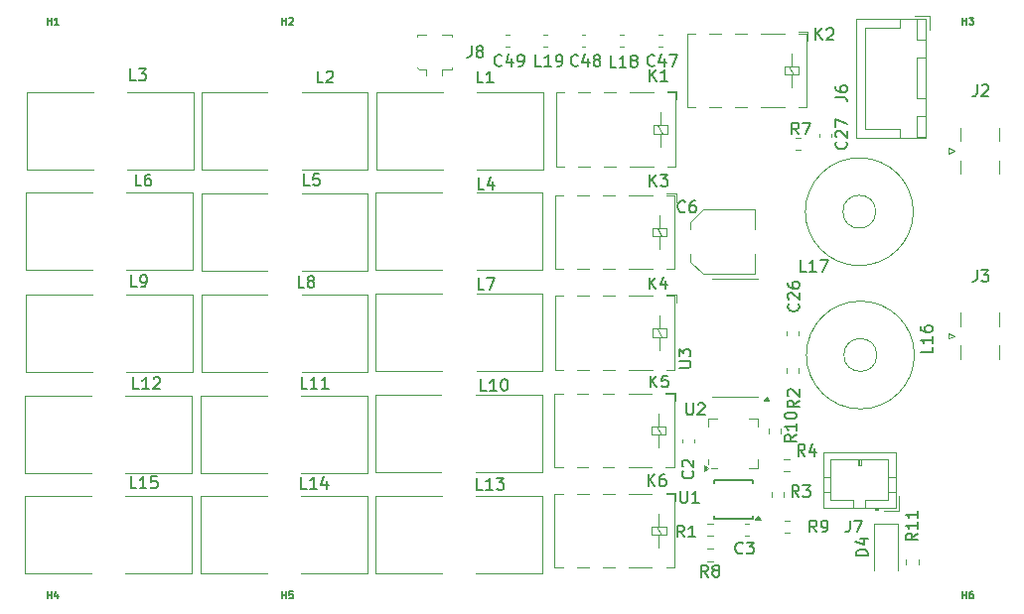
<source format=gbr>
%TF.GenerationSoftware,KiCad,Pcbnew,9.0.0*%
%TF.CreationDate,2025-07-18T17:54:32-05:00*%
%TF.ProjectId,txfilters,74786669-6c74-4657-9273-2e6b69636164,rev?*%
%TF.SameCoordinates,Original*%
%TF.FileFunction,Legend,Top*%
%TF.FilePolarity,Positive*%
%FSLAX46Y46*%
G04 Gerber Fmt 4.6, Leading zero omitted, Abs format (unit mm)*
G04 Created by KiCad (PCBNEW 9.0.0) date 2025-07-18 17:54:32*
%MOMM*%
%LPD*%
G01*
G04 APERTURE LIST*
%ADD10C,0.150000*%
%ADD11C,0.120000*%
G04 APERTURE END LIST*
D10*
X154980905Y-141049819D02*
X154980905Y-140049819D01*
X155552333Y-141049819D02*
X155123762Y-140478390D01*
X155552333Y-140049819D02*
X154980905Y-140621247D01*
X156409476Y-140049819D02*
X156219000Y-140049819D01*
X156219000Y-140049819D02*
X156123762Y-140097438D01*
X156123762Y-140097438D02*
X156076143Y-140145057D01*
X156076143Y-140145057D02*
X155980905Y-140287914D01*
X155980905Y-140287914D02*
X155933286Y-140478390D01*
X155933286Y-140478390D02*
X155933286Y-140859342D01*
X155933286Y-140859342D02*
X155980905Y-140954580D01*
X155980905Y-140954580D02*
X156028524Y-141002200D01*
X156028524Y-141002200D02*
X156123762Y-141049819D01*
X156123762Y-141049819D02*
X156314238Y-141049819D01*
X156314238Y-141049819D02*
X156409476Y-141002200D01*
X156409476Y-141002200D02*
X156457095Y-140954580D01*
X156457095Y-140954580D02*
X156504714Y-140859342D01*
X156504714Y-140859342D02*
X156504714Y-140621247D01*
X156504714Y-140621247D02*
X156457095Y-140526009D01*
X156457095Y-140526009D02*
X156409476Y-140478390D01*
X156409476Y-140478390D02*
X156314238Y-140430771D01*
X156314238Y-140430771D02*
X156123762Y-140430771D01*
X156123762Y-140430771D02*
X156028524Y-140478390D01*
X156028524Y-140478390D02*
X155980905Y-140526009D01*
X155980905Y-140526009D02*
X155933286Y-140621247D01*
X111388333Y-124037319D02*
X110912143Y-124037319D01*
X110912143Y-124037319D02*
X110912143Y-123037319D01*
X111769286Y-124037319D02*
X111959762Y-124037319D01*
X111959762Y-124037319D02*
X112055000Y-123989700D01*
X112055000Y-123989700D02*
X112102619Y-123942080D01*
X112102619Y-123942080D02*
X112197857Y-123799223D01*
X112197857Y-123799223D02*
X112245476Y-123608747D01*
X112245476Y-123608747D02*
X112245476Y-123227795D01*
X112245476Y-123227795D02*
X112197857Y-123132557D01*
X112197857Y-123132557D02*
X112150238Y-123084938D01*
X112150238Y-123084938D02*
X112055000Y-123037319D01*
X112055000Y-123037319D02*
X111864524Y-123037319D01*
X111864524Y-123037319D02*
X111769286Y-123084938D01*
X111769286Y-123084938D02*
X111721667Y-123132557D01*
X111721667Y-123132557D02*
X111674048Y-123227795D01*
X111674048Y-123227795D02*
X111674048Y-123465890D01*
X111674048Y-123465890D02*
X111721667Y-123561128D01*
X111721667Y-123561128D02*
X111769286Y-123608747D01*
X111769286Y-123608747D02*
X111864524Y-123656366D01*
X111864524Y-123656366D02*
X112055000Y-123656366D01*
X112055000Y-123656366D02*
X112150238Y-123608747D01*
X112150238Y-123608747D02*
X112197857Y-123561128D01*
X112197857Y-123561128D02*
X112245476Y-123465890D01*
X171859580Y-111642857D02*
X171907200Y-111690476D01*
X171907200Y-111690476D02*
X171954819Y-111833333D01*
X171954819Y-111833333D02*
X171954819Y-111928571D01*
X171954819Y-111928571D02*
X171907200Y-112071428D01*
X171907200Y-112071428D02*
X171811961Y-112166666D01*
X171811961Y-112166666D02*
X171716723Y-112214285D01*
X171716723Y-112214285D02*
X171526247Y-112261904D01*
X171526247Y-112261904D02*
X171383390Y-112261904D01*
X171383390Y-112261904D02*
X171192914Y-112214285D01*
X171192914Y-112214285D02*
X171097676Y-112166666D01*
X171097676Y-112166666D02*
X171002438Y-112071428D01*
X171002438Y-112071428D02*
X170954819Y-111928571D01*
X170954819Y-111928571D02*
X170954819Y-111833333D01*
X170954819Y-111833333D02*
X171002438Y-111690476D01*
X171002438Y-111690476D02*
X171050057Y-111642857D01*
X171050057Y-111261904D02*
X171002438Y-111214285D01*
X171002438Y-111214285D02*
X170954819Y-111119047D01*
X170954819Y-111119047D02*
X170954819Y-110880952D01*
X170954819Y-110880952D02*
X171002438Y-110785714D01*
X171002438Y-110785714D02*
X171050057Y-110738095D01*
X171050057Y-110738095D02*
X171145295Y-110690476D01*
X171145295Y-110690476D02*
X171240533Y-110690476D01*
X171240533Y-110690476D02*
X171383390Y-110738095D01*
X171383390Y-110738095D02*
X171954819Y-111309523D01*
X171954819Y-111309523D02*
X171954819Y-110690476D01*
X170954819Y-110357142D02*
X170954819Y-109690476D01*
X170954819Y-109690476D02*
X171954819Y-110119047D01*
X103762857Y-101629771D02*
X103762857Y-101029771D01*
X103762857Y-101315485D02*
X104105714Y-101315485D01*
X104105714Y-101629771D02*
X104105714Y-101029771D01*
X104705713Y-101629771D02*
X104362856Y-101629771D01*
X104534285Y-101629771D02*
X104534285Y-101029771D01*
X104534285Y-101029771D02*
X104477142Y-101115485D01*
X104477142Y-101115485D02*
X104419999Y-101172628D01*
X104419999Y-101172628D02*
X104362856Y-101201200D01*
X139916666Y-103454819D02*
X139916666Y-104169104D01*
X139916666Y-104169104D02*
X139869047Y-104311961D01*
X139869047Y-104311961D02*
X139773809Y-104407200D01*
X139773809Y-104407200D02*
X139630952Y-104454819D01*
X139630952Y-104454819D02*
X139535714Y-104454819D01*
X140535714Y-103883390D02*
X140440476Y-103835771D01*
X140440476Y-103835771D02*
X140392857Y-103788152D01*
X140392857Y-103788152D02*
X140345238Y-103692914D01*
X140345238Y-103692914D02*
X140345238Y-103645295D01*
X140345238Y-103645295D02*
X140392857Y-103550057D01*
X140392857Y-103550057D02*
X140440476Y-103502438D01*
X140440476Y-103502438D02*
X140535714Y-103454819D01*
X140535714Y-103454819D02*
X140726190Y-103454819D01*
X140726190Y-103454819D02*
X140821428Y-103502438D01*
X140821428Y-103502438D02*
X140869047Y-103550057D01*
X140869047Y-103550057D02*
X140916666Y-103645295D01*
X140916666Y-103645295D02*
X140916666Y-103692914D01*
X140916666Y-103692914D02*
X140869047Y-103788152D01*
X140869047Y-103788152D02*
X140821428Y-103835771D01*
X140821428Y-103835771D02*
X140726190Y-103883390D01*
X140726190Y-103883390D02*
X140535714Y-103883390D01*
X140535714Y-103883390D02*
X140440476Y-103931009D01*
X140440476Y-103931009D02*
X140392857Y-103978628D01*
X140392857Y-103978628D02*
X140345238Y-104073866D01*
X140345238Y-104073866D02*
X140345238Y-104264342D01*
X140345238Y-104264342D02*
X140392857Y-104359580D01*
X140392857Y-104359580D02*
X140440476Y-104407200D01*
X140440476Y-104407200D02*
X140535714Y-104454819D01*
X140535714Y-104454819D02*
X140726190Y-104454819D01*
X140726190Y-104454819D02*
X140821428Y-104407200D01*
X140821428Y-104407200D02*
X140869047Y-104359580D01*
X140869047Y-104359580D02*
X140916666Y-104264342D01*
X140916666Y-104264342D02*
X140916666Y-104073866D01*
X140916666Y-104073866D02*
X140869047Y-103978628D01*
X140869047Y-103978628D02*
X140821428Y-103931009D01*
X140821428Y-103931009D02*
X140726190Y-103883390D01*
X140918333Y-106604819D02*
X140442143Y-106604819D01*
X140442143Y-106604819D02*
X140442143Y-105604819D01*
X141775476Y-106604819D02*
X141204048Y-106604819D01*
X141489762Y-106604819D02*
X141489762Y-105604819D01*
X141489762Y-105604819D02*
X141394524Y-105747676D01*
X141394524Y-105747676D02*
X141299286Y-105842914D01*
X141299286Y-105842914D02*
X141204048Y-105890533D01*
X155122905Y-106459819D02*
X155122905Y-105459819D01*
X155694333Y-106459819D02*
X155265762Y-105888390D01*
X155694333Y-105459819D02*
X155122905Y-106031247D01*
X156646714Y-106459819D02*
X156075286Y-106459819D01*
X156361000Y-106459819D02*
X156361000Y-105459819D01*
X156361000Y-105459819D02*
X156265762Y-105602676D01*
X156265762Y-105602676D02*
X156170524Y-105697914D01*
X156170524Y-105697914D02*
X156075286Y-105745533D01*
X168444142Y-122731819D02*
X167967952Y-122731819D01*
X167967952Y-122731819D02*
X167967952Y-121731819D01*
X169301285Y-122731819D02*
X168729857Y-122731819D01*
X169015571Y-122731819D02*
X169015571Y-121731819D01*
X169015571Y-121731819D02*
X168920333Y-121874676D01*
X168920333Y-121874676D02*
X168825095Y-121969914D01*
X168825095Y-121969914D02*
X168729857Y-122017533D01*
X169634619Y-121731819D02*
X170301285Y-121731819D01*
X170301285Y-121731819D02*
X169872714Y-122731819D01*
X127278333Y-106604819D02*
X126802143Y-106604819D01*
X126802143Y-106604819D02*
X126802143Y-105604819D01*
X127564048Y-105700057D02*
X127611667Y-105652438D01*
X127611667Y-105652438D02*
X127706905Y-105604819D01*
X127706905Y-105604819D02*
X127945000Y-105604819D01*
X127945000Y-105604819D02*
X128040238Y-105652438D01*
X128040238Y-105652438D02*
X128087857Y-105700057D01*
X128087857Y-105700057D02*
X128135476Y-105795295D01*
X128135476Y-105795295D02*
X128135476Y-105890533D01*
X128135476Y-105890533D02*
X128087857Y-106033390D01*
X128087857Y-106033390D02*
X127516429Y-106604819D01*
X127516429Y-106604819D02*
X128135476Y-106604819D01*
X111308333Y-106414819D02*
X110832143Y-106414819D01*
X110832143Y-106414819D02*
X110832143Y-105414819D01*
X111546429Y-105414819D02*
X112165476Y-105414819D01*
X112165476Y-105414819D02*
X111832143Y-105795771D01*
X111832143Y-105795771D02*
X111975000Y-105795771D01*
X111975000Y-105795771D02*
X112070238Y-105843390D01*
X112070238Y-105843390D02*
X112117857Y-105891009D01*
X112117857Y-105891009D02*
X112165476Y-105986247D01*
X112165476Y-105986247D02*
X112165476Y-106224342D01*
X112165476Y-106224342D02*
X112117857Y-106319580D01*
X112117857Y-106319580D02*
X112070238Y-106367200D01*
X112070238Y-106367200D02*
X111975000Y-106414819D01*
X111975000Y-106414819D02*
X111689286Y-106414819D01*
X111689286Y-106414819D02*
X111594048Y-106367200D01*
X111594048Y-106367200D02*
X111546429Y-106319580D01*
X155164905Y-132601319D02*
X155164905Y-131601319D01*
X155736333Y-132601319D02*
X155307762Y-132029890D01*
X155736333Y-131601319D02*
X155164905Y-132172747D01*
X156641095Y-131601319D02*
X156164905Y-131601319D01*
X156164905Y-131601319D02*
X156117286Y-132077509D01*
X156117286Y-132077509D02*
X156164905Y-132029890D01*
X156164905Y-132029890D02*
X156260143Y-131982271D01*
X156260143Y-131982271D02*
X156498238Y-131982271D01*
X156498238Y-131982271D02*
X156593476Y-132029890D01*
X156593476Y-132029890D02*
X156641095Y-132077509D01*
X156641095Y-132077509D02*
X156688714Y-132172747D01*
X156688714Y-132172747D02*
X156688714Y-132410842D01*
X156688714Y-132410842D02*
X156641095Y-132506080D01*
X156641095Y-132506080D02*
X156593476Y-132553700D01*
X156593476Y-132553700D02*
X156498238Y-132601319D01*
X156498238Y-132601319D02*
X156260143Y-132601319D01*
X156260143Y-132601319D02*
X156164905Y-132553700D01*
X156164905Y-132553700D02*
X156117286Y-132506080D01*
X157605819Y-130928904D02*
X158415342Y-130928904D01*
X158415342Y-130928904D02*
X158510580Y-130881285D01*
X158510580Y-130881285D02*
X158558200Y-130833666D01*
X158558200Y-130833666D02*
X158605819Y-130738428D01*
X158605819Y-130738428D02*
X158605819Y-130547952D01*
X158605819Y-130547952D02*
X158558200Y-130452714D01*
X158558200Y-130452714D02*
X158510580Y-130405095D01*
X158510580Y-130405095D02*
X158415342Y-130357476D01*
X158415342Y-130357476D02*
X157605819Y-130357476D01*
X157605819Y-129976523D02*
X157605819Y-129357476D01*
X157605819Y-129357476D02*
X157986771Y-129690809D01*
X157986771Y-129690809D02*
X157986771Y-129547952D01*
X157986771Y-129547952D02*
X158034390Y-129452714D01*
X158034390Y-129452714D02*
X158082009Y-129405095D01*
X158082009Y-129405095D02*
X158177247Y-129357476D01*
X158177247Y-129357476D02*
X158415342Y-129357476D01*
X158415342Y-129357476D02*
X158510580Y-129405095D01*
X158510580Y-129405095D02*
X158558200Y-129452714D01*
X158558200Y-129452714D02*
X158605819Y-129547952D01*
X158605819Y-129547952D02*
X158605819Y-129833666D01*
X158605819Y-129833666D02*
X158558200Y-129928904D01*
X158558200Y-129928904D02*
X158510580Y-129976523D01*
X163044333Y-146724580D02*
X162996714Y-146772200D01*
X162996714Y-146772200D02*
X162853857Y-146819819D01*
X162853857Y-146819819D02*
X162758619Y-146819819D01*
X162758619Y-146819819D02*
X162615762Y-146772200D01*
X162615762Y-146772200D02*
X162520524Y-146676961D01*
X162520524Y-146676961D02*
X162472905Y-146581723D01*
X162472905Y-146581723D02*
X162425286Y-146391247D01*
X162425286Y-146391247D02*
X162425286Y-146248390D01*
X162425286Y-146248390D02*
X162472905Y-146057914D01*
X162472905Y-146057914D02*
X162520524Y-145962676D01*
X162520524Y-145962676D02*
X162615762Y-145867438D01*
X162615762Y-145867438D02*
X162758619Y-145819819D01*
X162758619Y-145819819D02*
X162853857Y-145819819D01*
X162853857Y-145819819D02*
X162996714Y-145867438D01*
X162996714Y-145867438D02*
X163044333Y-145915057D01*
X163377667Y-145819819D02*
X163996714Y-145819819D01*
X163996714Y-145819819D02*
X163663381Y-146200771D01*
X163663381Y-146200771D02*
X163806238Y-146200771D01*
X163806238Y-146200771D02*
X163901476Y-146248390D01*
X163901476Y-146248390D02*
X163949095Y-146296009D01*
X163949095Y-146296009D02*
X163996714Y-146391247D01*
X163996714Y-146391247D02*
X163996714Y-146629342D01*
X163996714Y-146629342D02*
X163949095Y-146724580D01*
X163949095Y-146724580D02*
X163901476Y-146772200D01*
X163901476Y-146772200D02*
X163806238Y-146819819D01*
X163806238Y-146819819D02*
X163520524Y-146819819D01*
X163520524Y-146819819D02*
X163425286Y-146772200D01*
X163425286Y-146772200D02*
X163377667Y-146724580D01*
X177954819Y-145067857D02*
X177478628Y-145401190D01*
X177954819Y-145639285D02*
X176954819Y-145639285D01*
X176954819Y-145639285D02*
X176954819Y-145258333D01*
X176954819Y-145258333D02*
X177002438Y-145163095D01*
X177002438Y-145163095D02*
X177050057Y-145115476D01*
X177050057Y-145115476D02*
X177145295Y-145067857D01*
X177145295Y-145067857D02*
X177288152Y-145067857D01*
X177288152Y-145067857D02*
X177383390Y-145115476D01*
X177383390Y-145115476D02*
X177431009Y-145163095D01*
X177431009Y-145163095D02*
X177478628Y-145258333D01*
X177478628Y-145258333D02*
X177478628Y-145639285D01*
X177954819Y-144115476D02*
X177954819Y-144686904D01*
X177954819Y-144401190D02*
X176954819Y-144401190D01*
X176954819Y-144401190D02*
X177097676Y-144496428D01*
X177097676Y-144496428D02*
X177192914Y-144591666D01*
X177192914Y-144591666D02*
X177240533Y-144686904D01*
X177954819Y-143163095D02*
X177954819Y-143734523D01*
X177954819Y-143448809D02*
X176954819Y-143448809D01*
X176954819Y-143448809D02*
X177097676Y-143544047D01*
X177097676Y-143544047D02*
X177192914Y-143639285D01*
X177192914Y-143639285D02*
X177240533Y-143734523D01*
X181762857Y-150629771D02*
X181762857Y-150029771D01*
X181762857Y-150315485D02*
X182105714Y-150315485D01*
X182105714Y-150629771D02*
X182105714Y-150029771D01*
X182648571Y-150029771D02*
X182534285Y-150029771D01*
X182534285Y-150029771D02*
X182477142Y-150058342D01*
X182477142Y-150058342D02*
X182448571Y-150086914D01*
X182448571Y-150086914D02*
X182391428Y-150172628D01*
X182391428Y-150172628D02*
X182362856Y-150286914D01*
X182362856Y-150286914D02*
X182362856Y-150515485D01*
X182362856Y-150515485D02*
X182391428Y-150572628D01*
X182391428Y-150572628D02*
X182419999Y-150601200D01*
X182419999Y-150601200D02*
X182477142Y-150629771D01*
X182477142Y-150629771D02*
X182591428Y-150629771D01*
X182591428Y-150629771D02*
X182648571Y-150601200D01*
X182648571Y-150601200D02*
X182677142Y-150572628D01*
X182677142Y-150572628D02*
X182705713Y-150515485D01*
X182705713Y-150515485D02*
X182705713Y-150372628D01*
X182705713Y-150372628D02*
X182677142Y-150315485D01*
X182677142Y-150315485D02*
X182648571Y-150286914D01*
X182648571Y-150286914D02*
X182591428Y-150258342D01*
X182591428Y-150258342D02*
X182477142Y-150258342D01*
X182477142Y-150258342D02*
X182419999Y-150286914D01*
X182419999Y-150286914D02*
X182391428Y-150315485D01*
X182391428Y-150315485D02*
X182362856Y-150372628D01*
X155522722Y-105109580D02*
X155475103Y-105157200D01*
X155475103Y-105157200D02*
X155332246Y-105204819D01*
X155332246Y-105204819D02*
X155237008Y-105204819D01*
X155237008Y-105204819D02*
X155094151Y-105157200D01*
X155094151Y-105157200D02*
X154998913Y-105061961D01*
X154998913Y-105061961D02*
X154951294Y-104966723D01*
X154951294Y-104966723D02*
X154903675Y-104776247D01*
X154903675Y-104776247D02*
X154903675Y-104633390D01*
X154903675Y-104633390D02*
X154951294Y-104442914D01*
X154951294Y-104442914D02*
X154998913Y-104347676D01*
X154998913Y-104347676D02*
X155094151Y-104252438D01*
X155094151Y-104252438D02*
X155237008Y-104204819D01*
X155237008Y-104204819D02*
X155332246Y-104204819D01*
X155332246Y-104204819D02*
X155475103Y-104252438D01*
X155475103Y-104252438D02*
X155522722Y-104300057D01*
X156379865Y-104538152D02*
X156379865Y-105204819D01*
X156141770Y-104157200D02*
X155903675Y-104871485D01*
X155903675Y-104871485D02*
X156522722Y-104871485D01*
X156808437Y-104204819D02*
X157475103Y-104204819D01*
X157475103Y-104204819D02*
X157046532Y-105204819D01*
X148997722Y-105109580D02*
X148950103Y-105157200D01*
X148950103Y-105157200D02*
X148807246Y-105204819D01*
X148807246Y-105204819D02*
X148712008Y-105204819D01*
X148712008Y-105204819D02*
X148569151Y-105157200D01*
X148569151Y-105157200D02*
X148473913Y-105061961D01*
X148473913Y-105061961D02*
X148426294Y-104966723D01*
X148426294Y-104966723D02*
X148378675Y-104776247D01*
X148378675Y-104776247D02*
X148378675Y-104633390D01*
X148378675Y-104633390D02*
X148426294Y-104442914D01*
X148426294Y-104442914D02*
X148473913Y-104347676D01*
X148473913Y-104347676D02*
X148569151Y-104252438D01*
X148569151Y-104252438D02*
X148712008Y-104204819D01*
X148712008Y-104204819D02*
X148807246Y-104204819D01*
X148807246Y-104204819D02*
X148950103Y-104252438D01*
X148950103Y-104252438D02*
X148997722Y-104300057D01*
X149854865Y-104538152D02*
X149854865Y-105204819D01*
X149616770Y-104157200D02*
X149378675Y-104871485D01*
X149378675Y-104871485D02*
X149997722Y-104871485D01*
X150521532Y-104633390D02*
X150426294Y-104585771D01*
X150426294Y-104585771D02*
X150378675Y-104538152D01*
X150378675Y-104538152D02*
X150331056Y-104442914D01*
X150331056Y-104442914D02*
X150331056Y-104395295D01*
X150331056Y-104395295D02*
X150378675Y-104300057D01*
X150378675Y-104300057D02*
X150426294Y-104252438D01*
X150426294Y-104252438D02*
X150521532Y-104204819D01*
X150521532Y-104204819D02*
X150712008Y-104204819D01*
X150712008Y-104204819D02*
X150807246Y-104252438D01*
X150807246Y-104252438D02*
X150854865Y-104300057D01*
X150854865Y-104300057D02*
X150902484Y-104395295D01*
X150902484Y-104395295D02*
X150902484Y-104442914D01*
X150902484Y-104442914D02*
X150854865Y-104538152D01*
X150854865Y-104538152D02*
X150807246Y-104585771D01*
X150807246Y-104585771D02*
X150712008Y-104633390D01*
X150712008Y-104633390D02*
X150521532Y-104633390D01*
X150521532Y-104633390D02*
X150426294Y-104681009D01*
X150426294Y-104681009D02*
X150378675Y-104728628D01*
X150378675Y-104728628D02*
X150331056Y-104823866D01*
X150331056Y-104823866D02*
X150331056Y-105014342D01*
X150331056Y-105014342D02*
X150378675Y-105109580D01*
X150378675Y-105109580D02*
X150426294Y-105157200D01*
X150426294Y-105157200D02*
X150521532Y-105204819D01*
X150521532Y-105204819D02*
X150712008Y-105204819D01*
X150712008Y-105204819D02*
X150807246Y-105157200D01*
X150807246Y-105157200D02*
X150854865Y-105109580D01*
X150854865Y-105109580D02*
X150902484Y-105014342D01*
X150902484Y-105014342D02*
X150902484Y-104823866D01*
X150902484Y-104823866D02*
X150854865Y-104728628D01*
X150854865Y-104728628D02*
X150807246Y-104681009D01*
X150807246Y-104681009D02*
X150712008Y-104633390D01*
X123762857Y-101629771D02*
X123762857Y-101029771D01*
X123762857Y-101315485D02*
X124105714Y-101315485D01*
X124105714Y-101629771D02*
X124105714Y-101029771D01*
X124362856Y-101086914D02*
X124391428Y-101058342D01*
X124391428Y-101058342D02*
X124448571Y-101029771D01*
X124448571Y-101029771D02*
X124591428Y-101029771D01*
X124591428Y-101029771D02*
X124648571Y-101058342D01*
X124648571Y-101058342D02*
X124677142Y-101086914D01*
X124677142Y-101086914D02*
X124705713Y-101144057D01*
X124705713Y-101144057D02*
X124705713Y-101201200D01*
X124705713Y-101201200D02*
X124677142Y-101286914D01*
X124677142Y-101286914D02*
X124334285Y-101629771D01*
X124334285Y-101629771D02*
X124705713Y-101629771D01*
X183004166Y-122579819D02*
X183004166Y-123294104D01*
X183004166Y-123294104D02*
X182956547Y-123436961D01*
X182956547Y-123436961D02*
X182861309Y-123532200D01*
X182861309Y-123532200D02*
X182718452Y-123579819D01*
X182718452Y-123579819D02*
X182623214Y-123579819D01*
X183385119Y-122579819D02*
X184004166Y-122579819D01*
X184004166Y-122579819D02*
X183670833Y-122960771D01*
X183670833Y-122960771D02*
X183813690Y-122960771D01*
X183813690Y-122960771D02*
X183908928Y-123008390D01*
X183908928Y-123008390D02*
X183956547Y-123056009D01*
X183956547Y-123056009D02*
X184004166Y-123151247D01*
X184004166Y-123151247D02*
X184004166Y-123389342D01*
X184004166Y-123389342D02*
X183956547Y-123484580D01*
X183956547Y-123484580D02*
X183908928Y-123532200D01*
X183908928Y-123532200D02*
X183813690Y-123579819D01*
X183813690Y-123579819D02*
X183527976Y-123579819D01*
X183527976Y-123579819D02*
X183432738Y-123532200D01*
X183432738Y-123532200D02*
X183385119Y-123484580D01*
X111778333Y-115416069D02*
X111302143Y-115416069D01*
X111302143Y-115416069D02*
X111302143Y-114416069D01*
X112540238Y-114416069D02*
X112349762Y-114416069D01*
X112349762Y-114416069D02*
X112254524Y-114463688D01*
X112254524Y-114463688D02*
X112206905Y-114511307D01*
X112206905Y-114511307D02*
X112111667Y-114654164D01*
X112111667Y-114654164D02*
X112064048Y-114844640D01*
X112064048Y-114844640D02*
X112064048Y-115225592D01*
X112064048Y-115225592D02*
X112111667Y-115320830D01*
X112111667Y-115320830D02*
X112159286Y-115368450D01*
X112159286Y-115368450D02*
X112254524Y-115416069D01*
X112254524Y-115416069D02*
X112445000Y-115416069D01*
X112445000Y-115416069D02*
X112540238Y-115368450D01*
X112540238Y-115368450D02*
X112587857Y-115320830D01*
X112587857Y-115320830D02*
X112635476Y-115225592D01*
X112635476Y-115225592D02*
X112635476Y-114987497D01*
X112635476Y-114987497D02*
X112587857Y-114892259D01*
X112587857Y-114892259D02*
X112540238Y-114844640D01*
X112540238Y-114844640D02*
X112445000Y-114797021D01*
X112445000Y-114797021D02*
X112254524Y-114797021D01*
X112254524Y-114797021D02*
X112159286Y-114844640D01*
X112159286Y-114844640D02*
X112111667Y-114892259D01*
X112111667Y-114892259D02*
X112064048Y-114987497D01*
X158134333Y-117584580D02*
X158086714Y-117632200D01*
X158086714Y-117632200D02*
X157943857Y-117679819D01*
X157943857Y-117679819D02*
X157848619Y-117679819D01*
X157848619Y-117679819D02*
X157705762Y-117632200D01*
X157705762Y-117632200D02*
X157610524Y-117536961D01*
X157610524Y-117536961D02*
X157562905Y-117441723D01*
X157562905Y-117441723D02*
X157515286Y-117251247D01*
X157515286Y-117251247D02*
X157515286Y-117108390D01*
X157515286Y-117108390D02*
X157562905Y-116917914D01*
X157562905Y-116917914D02*
X157610524Y-116822676D01*
X157610524Y-116822676D02*
X157705762Y-116727438D01*
X157705762Y-116727438D02*
X157848619Y-116679819D01*
X157848619Y-116679819D02*
X157943857Y-116679819D01*
X157943857Y-116679819D02*
X158086714Y-116727438D01*
X158086714Y-116727438D02*
X158134333Y-116775057D01*
X158991476Y-116679819D02*
X158801000Y-116679819D01*
X158801000Y-116679819D02*
X158705762Y-116727438D01*
X158705762Y-116727438D02*
X158658143Y-116775057D01*
X158658143Y-116775057D02*
X158562905Y-116917914D01*
X158562905Y-116917914D02*
X158515286Y-117108390D01*
X158515286Y-117108390D02*
X158515286Y-117489342D01*
X158515286Y-117489342D02*
X158562905Y-117584580D01*
X158562905Y-117584580D02*
X158610524Y-117632200D01*
X158610524Y-117632200D02*
X158705762Y-117679819D01*
X158705762Y-117679819D02*
X158896238Y-117679819D01*
X158896238Y-117679819D02*
X158991476Y-117632200D01*
X158991476Y-117632200D02*
X159039095Y-117584580D01*
X159039095Y-117584580D02*
X159086714Y-117489342D01*
X159086714Y-117489342D02*
X159086714Y-117251247D01*
X159086714Y-117251247D02*
X159039095Y-117156009D01*
X159039095Y-117156009D02*
X158991476Y-117108390D01*
X158991476Y-117108390D02*
X158896238Y-117060771D01*
X158896238Y-117060771D02*
X158705762Y-117060771D01*
X158705762Y-117060771D02*
X158610524Y-117108390D01*
X158610524Y-117108390D02*
X158562905Y-117156009D01*
X158562905Y-117156009D02*
X158515286Y-117251247D01*
X167794580Y-125485857D02*
X167842200Y-125533476D01*
X167842200Y-125533476D02*
X167889819Y-125676333D01*
X167889819Y-125676333D02*
X167889819Y-125771571D01*
X167889819Y-125771571D02*
X167842200Y-125914428D01*
X167842200Y-125914428D02*
X167746961Y-126009666D01*
X167746961Y-126009666D02*
X167651723Y-126057285D01*
X167651723Y-126057285D02*
X167461247Y-126104904D01*
X167461247Y-126104904D02*
X167318390Y-126104904D01*
X167318390Y-126104904D02*
X167127914Y-126057285D01*
X167127914Y-126057285D02*
X167032676Y-126009666D01*
X167032676Y-126009666D02*
X166937438Y-125914428D01*
X166937438Y-125914428D02*
X166889819Y-125771571D01*
X166889819Y-125771571D02*
X166889819Y-125676333D01*
X166889819Y-125676333D02*
X166937438Y-125533476D01*
X166937438Y-125533476D02*
X166985057Y-125485857D01*
X166985057Y-125104904D02*
X166937438Y-125057285D01*
X166937438Y-125057285D02*
X166889819Y-124962047D01*
X166889819Y-124962047D02*
X166889819Y-124723952D01*
X166889819Y-124723952D02*
X166937438Y-124628714D01*
X166937438Y-124628714D02*
X166985057Y-124581095D01*
X166985057Y-124581095D02*
X167080295Y-124533476D01*
X167080295Y-124533476D02*
X167175533Y-124533476D01*
X167175533Y-124533476D02*
X167318390Y-124581095D01*
X167318390Y-124581095D02*
X167889819Y-125152523D01*
X167889819Y-125152523D02*
X167889819Y-124533476D01*
X166889819Y-123676333D02*
X166889819Y-123866809D01*
X166889819Y-123866809D02*
X166937438Y-123962047D01*
X166937438Y-123962047D02*
X166985057Y-124009666D01*
X166985057Y-124009666D02*
X167127914Y-124104904D01*
X167127914Y-124104904D02*
X167318390Y-124152523D01*
X167318390Y-124152523D02*
X167699342Y-124152523D01*
X167699342Y-124152523D02*
X167794580Y-124104904D01*
X167794580Y-124104904D02*
X167842200Y-124057285D01*
X167842200Y-124057285D02*
X167889819Y-123962047D01*
X167889819Y-123962047D02*
X167889819Y-123771571D01*
X167889819Y-123771571D02*
X167842200Y-123676333D01*
X167842200Y-123676333D02*
X167794580Y-123628714D01*
X167794580Y-123628714D02*
X167699342Y-123581095D01*
X167699342Y-123581095D02*
X167461247Y-123581095D01*
X167461247Y-123581095D02*
X167366009Y-123628714D01*
X167366009Y-123628714D02*
X167318390Y-123676333D01*
X167318390Y-123676333D02*
X167270771Y-123771571D01*
X167270771Y-123771571D02*
X167270771Y-123962047D01*
X167270771Y-123962047D02*
X167318390Y-124057285D01*
X167318390Y-124057285D02*
X167366009Y-124104904D01*
X167366009Y-124104904D02*
X167461247Y-124152523D01*
X111342142Y-141213819D02*
X110865952Y-141213819D01*
X110865952Y-141213819D02*
X110865952Y-140213819D01*
X112199285Y-141213819D02*
X111627857Y-141213819D01*
X111913571Y-141213819D02*
X111913571Y-140213819D01*
X111913571Y-140213819D02*
X111818333Y-140356676D01*
X111818333Y-140356676D02*
X111723095Y-140451914D01*
X111723095Y-140451914D02*
X111627857Y-140499533D01*
X113104047Y-140213819D02*
X112627857Y-140213819D01*
X112627857Y-140213819D02*
X112580238Y-140690009D01*
X112580238Y-140690009D02*
X112627857Y-140642390D01*
X112627857Y-140642390D02*
X112723095Y-140594771D01*
X112723095Y-140594771D02*
X112961190Y-140594771D01*
X112961190Y-140594771D02*
X113056428Y-140642390D01*
X113056428Y-140642390D02*
X113104047Y-140690009D01*
X113104047Y-140690009D02*
X113151666Y-140785247D01*
X113151666Y-140785247D02*
X113151666Y-141023342D01*
X113151666Y-141023342D02*
X113104047Y-141118580D01*
X113104047Y-141118580D02*
X113056428Y-141166200D01*
X113056428Y-141166200D02*
X112961190Y-141213819D01*
X112961190Y-141213819D02*
X112723095Y-141213819D01*
X112723095Y-141213819D02*
X112627857Y-141166200D01*
X112627857Y-141166200D02*
X112580238Y-141118580D01*
X103762857Y-150629771D02*
X103762857Y-150029771D01*
X103762857Y-150315485D02*
X104105714Y-150315485D01*
X104105714Y-150629771D02*
X104105714Y-150029771D01*
X104648571Y-150229771D02*
X104648571Y-150629771D01*
X104505713Y-150001200D02*
X104362856Y-150429771D01*
X104362856Y-150429771D02*
X104734285Y-150429771D01*
X123762857Y-150629771D02*
X123762857Y-150029771D01*
X123762857Y-150315485D02*
X124105714Y-150315485D01*
X124105714Y-150629771D02*
X124105714Y-150029771D01*
X124677142Y-150029771D02*
X124391428Y-150029771D01*
X124391428Y-150029771D02*
X124362856Y-150315485D01*
X124362856Y-150315485D02*
X124391428Y-150286914D01*
X124391428Y-150286914D02*
X124448571Y-150258342D01*
X124448571Y-150258342D02*
X124591428Y-150258342D01*
X124591428Y-150258342D02*
X124648571Y-150286914D01*
X124648571Y-150286914D02*
X124677142Y-150315485D01*
X124677142Y-150315485D02*
X124705713Y-150372628D01*
X124705713Y-150372628D02*
X124705713Y-150515485D01*
X124705713Y-150515485D02*
X124677142Y-150572628D01*
X124677142Y-150572628D02*
X124648571Y-150601200D01*
X124648571Y-150601200D02*
X124591428Y-150629771D01*
X124591428Y-150629771D02*
X124448571Y-150629771D01*
X124448571Y-150629771D02*
X124391428Y-150601200D01*
X124391428Y-150601200D02*
X124362856Y-150572628D01*
X167634819Y-136642857D02*
X167158628Y-136976190D01*
X167634819Y-137214285D02*
X166634819Y-137214285D01*
X166634819Y-137214285D02*
X166634819Y-136833333D01*
X166634819Y-136833333D02*
X166682438Y-136738095D01*
X166682438Y-136738095D02*
X166730057Y-136690476D01*
X166730057Y-136690476D02*
X166825295Y-136642857D01*
X166825295Y-136642857D02*
X166968152Y-136642857D01*
X166968152Y-136642857D02*
X167063390Y-136690476D01*
X167063390Y-136690476D02*
X167111009Y-136738095D01*
X167111009Y-136738095D02*
X167158628Y-136833333D01*
X167158628Y-136833333D02*
X167158628Y-137214285D01*
X167634819Y-135690476D02*
X167634819Y-136261904D01*
X167634819Y-135976190D02*
X166634819Y-135976190D01*
X166634819Y-135976190D02*
X166777676Y-136071428D01*
X166777676Y-136071428D02*
X166872914Y-136166666D01*
X166872914Y-136166666D02*
X166920533Y-136261904D01*
X166634819Y-135071428D02*
X166634819Y-134976190D01*
X166634819Y-134976190D02*
X166682438Y-134880952D01*
X166682438Y-134880952D02*
X166730057Y-134833333D01*
X166730057Y-134833333D02*
X166825295Y-134785714D01*
X166825295Y-134785714D02*
X167015771Y-134738095D01*
X167015771Y-134738095D02*
X167253866Y-134738095D01*
X167253866Y-134738095D02*
X167444342Y-134785714D01*
X167444342Y-134785714D02*
X167539580Y-134833333D01*
X167539580Y-134833333D02*
X167587200Y-134880952D01*
X167587200Y-134880952D02*
X167634819Y-134976190D01*
X167634819Y-134976190D02*
X167634819Y-135071428D01*
X167634819Y-135071428D02*
X167587200Y-135166666D01*
X167587200Y-135166666D02*
X167539580Y-135214285D01*
X167539580Y-135214285D02*
X167444342Y-135261904D01*
X167444342Y-135261904D02*
X167253866Y-135309523D01*
X167253866Y-135309523D02*
X167015771Y-135309523D01*
X167015771Y-135309523D02*
X166825295Y-135261904D01*
X166825295Y-135261904D02*
X166730057Y-135214285D01*
X166730057Y-135214285D02*
X166682438Y-135166666D01*
X166682438Y-135166666D02*
X166634819Y-135071428D01*
X179204819Y-129142857D02*
X179204819Y-129619047D01*
X179204819Y-129619047D02*
X178204819Y-129619047D01*
X179204819Y-128285714D02*
X179204819Y-128857142D01*
X179204819Y-128571428D02*
X178204819Y-128571428D01*
X178204819Y-128571428D02*
X178347676Y-128666666D01*
X178347676Y-128666666D02*
X178442914Y-128761904D01*
X178442914Y-128761904D02*
X178490533Y-128857142D01*
X178204819Y-127428571D02*
X178204819Y-127619047D01*
X178204819Y-127619047D02*
X178252438Y-127714285D01*
X178252438Y-127714285D02*
X178300057Y-127761904D01*
X178300057Y-127761904D02*
X178442914Y-127857142D01*
X178442914Y-127857142D02*
X178633390Y-127904761D01*
X178633390Y-127904761D02*
X179014342Y-127904761D01*
X179014342Y-127904761D02*
X179109580Y-127857142D01*
X179109580Y-127857142D02*
X179157200Y-127809523D01*
X179157200Y-127809523D02*
X179204819Y-127714285D01*
X179204819Y-127714285D02*
X179204819Y-127523809D01*
X179204819Y-127523809D02*
X179157200Y-127428571D01*
X179157200Y-127428571D02*
X179109580Y-127380952D01*
X179109580Y-127380952D02*
X179014342Y-127333333D01*
X179014342Y-127333333D02*
X178776247Y-127333333D01*
X178776247Y-127333333D02*
X178681009Y-127380952D01*
X178681009Y-127380952D02*
X178633390Y-127428571D01*
X178633390Y-127428571D02*
X178585771Y-127523809D01*
X178585771Y-127523809D02*
X178585771Y-127714285D01*
X178585771Y-127714285D02*
X178633390Y-127809523D01*
X178633390Y-127809523D02*
X178681009Y-127857142D01*
X178681009Y-127857142D02*
X178776247Y-127904761D01*
X167859819Y-133715666D02*
X167383628Y-134048999D01*
X167859819Y-134287094D02*
X166859819Y-134287094D01*
X166859819Y-134287094D02*
X166859819Y-133906142D01*
X166859819Y-133906142D02*
X166907438Y-133810904D01*
X166907438Y-133810904D02*
X166955057Y-133763285D01*
X166955057Y-133763285D02*
X167050295Y-133715666D01*
X167050295Y-133715666D02*
X167193152Y-133715666D01*
X167193152Y-133715666D02*
X167288390Y-133763285D01*
X167288390Y-133763285D02*
X167336009Y-133810904D01*
X167336009Y-133810904D02*
X167383628Y-133906142D01*
X167383628Y-133906142D02*
X167383628Y-134287094D01*
X166955057Y-133334713D02*
X166907438Y-133287094D01*
X166907438Y-133287094D02*
X166859819Y-133191856D01*
X166859819Y-133191856D02*
X166859819Y-132953761D01*
X166859819Y-132953761D02*
X166907438Y-132858523D01*
X166907438Y-132858523D02*
X166955057Y-132810904D01*
X166955057Y-132810904D02*
X167050295Y-132763285D01*
X167050295Y-132763285D02*
X167145533Y-132763285D01*
X167145533Y-132763285D02*
X167288390Y-132810904D01*
X167288390Y-132810904D02*
X167859819Y-133382332D01*
X167859819Y-133382332D02*
X167859819Y-132763285D01*
X172166666Y-143954819D02*
X172166666Y-144669104D01*
X172166666Y-144669104D02*
X172119047Y-144811961D01*
X172119047Y-144811961D02*
X172023809Y-144907200D01*
X172023809Y-144907200D02*
X171880952Y-144954819D01*
X171880952Y-144954819D02*
X171785714Y-144954819D01*
X172547619Y-143954819D02*
X173214285Y-143954819D01*
X173214285Y-143954819D02*
X172785714Y-144954819D01*
X181762857Y-101629771D02*
X181762857Y-101029771D01*
X181762857Y-101315485D02*
X182105714Y-101315485D01*
X182105714Y-101629771D02*
X182105714Y-101029771D01*
X182334285Y-101029771D02*
X182705713Y-101029771D01*
X182705713Y-101029771D02*
X182505713Y-101258342D01*
X182505713Y-101258342D02*
X182591428Y-101258342D01*
X182591428Y-101258342D02*
X182648571Y-101286914D01*
X182648571Y-101286914D02*
X182677142Y-101315485D01*
X182677142Y-101315485D02*
X182705713Y-101372628D01*
X182705713Y-101372628D02*
X182705713Y-101515485D01*
X182705713Y-101515485D02*
X182677142Y-101572628D01*
X182677142Y-101572628D02*
X182648571Y-101601200D01*
X182648571Y-101601200D02*
X182591428Y-101629771D01*
X182591428Y-101629771D02*
X182419999Y-101629771D01*
X182419999Y-101629771D02*
X182362856Y-101601200D01*
X182362856Y-101601200D02*
X182334285Y-101572628D01*
X167833333Y-141971561D02*
X167500000Y-141495370D01*
X167261905Y-141971561D02*
X167261905Y-140971561D01*
X167261905Y-140971561D02*
X167642857Y-140971561D01*
X167642857Y-140971561D02*
X167738095Y-141019180D01*
X167738095Y-141019180D02*
X167785714Y-141066799D01*
X167785714Y-141066799D02*
X167833333Y-141162037D01*
X167833333Y-141162037D02*
X167833333Y-141304894D01*
X167833333Y-141304894D02*
X167785714Y-141400132D01*
X167785714Y-141400132D02*
X167738095Y-141447751D01*
X167738095Y-141447751D02*
X167642857Y-141495370D01*
X167642857Y-141495370D02*
X167261905Y-141495370D01*
X168166667Y-140971561D02*
X168785714Y-140971561D01*
X168785714Y-140971561D02*
X168452381Y-141352513D01*
X168452381Y-141352513D02*
X168595238Y-141352513D01*
X168595238Y-141352513D02*
X168690476Y-141400132D01*
X168690476Y-141400132D02*
X168738095Y-141447751D01*
X168738095Y-141447751D02*
X168785714Y-141542989D01*
X168785714Y-141542989D02*
X168785714Y-141781084D01*
X168785714Y-141781084D02*
X168738095Y-141876322D01*
X168738095Y-141876322D02*
X168690476Y-141923942D01*
X168690476Y-141923942D02*
X168595238Y-141971561D01*
X168595238Y-141971561D02*
X168309524Y-141971561D01*
X168309524Y-141971561D02*
X168214286Y-141923942D01*
X168214286Y-141923942D02*
X168166667Y-141876322D01*
X183004166Y-106769819D02*
X183004166Y-107484104D01*
X183004166Y-107484104D02*
X182956547Y-107626961D01*
X182956547Y-107626961D02*
X182861309Y-107722200D01*
X182861309Y-107722200D02*
X182718452Y-107769819D01*
X182718452Y-107769819D02*
X182623214Y-107769819D01*
X183432738Y-106865057D02*
X183480357Y-106817438D01*
X183480357Y-106817438D02*
X183575595Y-106769819D01*
X183575595Y-106769819D02*
X183813690Y-106769819D01*
X183813690Y-106769819D02*
X183908928Y-106817438D01*
X183908928Y-106817438D02*
X183956547Y-106865057D01*
X183956547Y-106865057D02*
X184004166Y-106960295D01*
X184004166Y-106960295D02*
X184004166Y-107055533D01*
X184004166Y-107055533D02*
X183956547Y-107198390D01*
X183956547Y-107198390D02*
X183385119Y-107769819D01*
X183385119Y-107769819D02*
X184004166Y-107769819D01*
X168333333Y-138454819D02*
X168000000Y-137978628D01*
X167761905Y-138454819D02*
X167761905Y-137454819D01*
X167761905Y-137454819D02*
X168142857Y-137454819D01*
X168142857Y-137454819D02*
X168238095Y-137502438D01*
X168238095Y-137502438D02*
X168285714Y-137550057D01*
X168285714Y-137550057D02*
X168333333Y-137645295D01*
X168333333Y-137645295D02*
X168333333Y-137788152D01*
X168333333Y-137788152D02*
X168285714Y-137883390D01*
X168285714Y-137883390D02*
X168238095Y-137931009D01*
X168238095Y-137931009D02*
X168142857Y-137978628D01*
X168142857Y-137978628D02*
X167761905Y-137978628D01*
X169190476Y-137788152D02*
X169190476Y-138454819D01*
X168952381Y-137407200D02*
X168714286Y-138121485D01*
X168714286Y-138121485D02*
X169333333Y-138121485D01*
X125912142Y-132720069D02*
X125435952Y-132720069D01*
X125435952Y-132720069D02*
X125435952Y-131720069D01*
X126769285Y-132720069D02*
X126197857Y-132720069D01*
X126483571Y-132720069D02*
X126483571Y-131720069D01*
X126483571Y-131720069D02*
X126388333Y-131862926D01*
X126388333Y-131862926D02*
X126293095Y-131958164D01*
X126293095Y-131958164D02*
X126197857Y-132005783D01*
X127721666Y-132720069D02*
X127150238Y-132720069D01*
X127435952Y-132720069D02*
X127435952Y-131720069D01*
X127435952Y-131720069D02*
X127340714Y-131862926D01*
X127340714Y-131862926D02*
X127245476Y-131958164D01*
X127245476Y-131958164D02*
X127150238Y-132005783D01*
X140988333Y-124257319D02*
X140512143Y-124257319D01*
X140512143Y-124257319D02*
X140512143Y-123257319D01*
X141226429Y-123257319D02*
X141893095Y-123257319D01*
X141893095Y-123257319D02*
X141464524Y-124257319D01*
X170954819Y-107833333D02*
X171669104Y-107833333D01*
X171669104Y-107833333D02*
X171811961Y-107880952D01*
X171811961Y-107880952D02*
X171907200Y-107976190D01*
X171907200Y-107976190D02*
X171954819Y-108119047D01*
X171954819Y-108119047D02*
X171954819Y-108214285D01*
X170954819Y-106928571D02*
X170954819Y-107119047D01*
X170954819Y-107119047D02*
X171002438Y-107214285D01*
X171002438Y-107214285D02*
X171050057Y-107261904D01*
X171050057Y-107261904D02*
X171192914Y-107357142D01*
X171192914Y-107357142D02*
X171383390Y-107404761D01*
X171383390Y-107404761D02*
X171764342Y-107404761D01*
X171764342Y-107404761D02*
X171859580Y-107357142D01*
X171859580Y-107357142D02*
X171907200Y-107309523D01*
X171907200Y-107309523D02*
X171954819Y-107214285D01*
X171954819Y-107214285D02*
X171954819Y-107023809D01*
X171954819Y-107023809D02*
X171907200Y-106928571D01*
X171907200Y-106928571D02*
X171859580Y-106880952D01*
X171859580Y-106880952D02*
X171764342Y-106833333D01*
X171764342Y-106833333D02*
X171526247Y-106833333D01*
X171526247Y-106833333D02*
X171431009Y-106880952D01*
X171431009Y-106880952D02*
X171383390Y-106928571D01*
X171383390Y-106928571D02*
X171335771Y-107023809D01*
X171335771Y-107023809D02*
X171335771Y-107214285D01*
X171335771Y-107214285D02*
X171383390Y-107309523D01*
X171383390Y-107309523D02*
X171431009Y-107357142D01*
X171431009Y-107357142D02*
X171526247Y-107404761D01*
X145865222Y-105204819D02*
X145389032Y-105204819D01*
X145389032Y-105204819D02*
X145389032Y-104204819D01*
X146722365Y-105204819D02*
X146150937Y-105204819D01*
X146436651Y-105204819D02*
X146436651Y-104204819D01*
X146436651Y-104204819D02*
X146341413Y-104347676D01*
X146341413Y-104347676D02*
X146246175Y-104442914D01*
X146246175Y-104442914D02*
X146150937Y-104490533D01*
X147198556Y-105204819D02*
X147389032Y-105204819D01*
X147389032Y-105204819D02*
X147484270Y-105157200D01*
X147484270Y-105157200D02*
X147531889Y-105109580D01*
X147531889Y-105109580D02*
X147627127Y-104966723D01*
X147627127Y-104966723D02*
X147674746Y-104776247D01*
X147674746Y-104776247D02*
X147674746Y-104395295D01*
X147674746Y-104395295D02*
X147627127Y-104300057D01*
X147627127Y-104300057D02*
X147579508Y-104252438D01*
X147579508Y-104252438D02*
X147484270Y-104204819D01*
X147484270Y-104204819D02*
X147293794Y-104204819D01*
X147293794Y-104204819D02*
X147198556Y-104252438D01*
X147198556Y-104252438D02*
X147150937Y-104300057D01*
X147150937Y-104300057D02*
X147103318Y-104395295D01*
X147103318Y-104395295D02*
X147103318Y-104633390D01*
X147103318Y-104633390D02*
X147150937Y-104728628D01*
X147150937Y-104728628D02*
X147198556Y-104776247D01*
X147198556Y-104776247D02*
X147293794Y-104823866D01*
X147293794Y-104823866D02*
X147484270Y-104823866D01*
X147484270Y-104823866D02*
X147579508Y-104776247D01*
X147579508Y-104776247D02*
X147627127Y-104728628D01*
X147627127Y-104728628D02*
X147674746Y-104633390D01*
X169261905Y-102954819D02*
X169261905Y-101954819D01*
X169833333Y-102954819D02*
X169404762Y-102383390D01*
X169833333Y-101954819D02*
X169261905Y-102526247D01*
X170214286Y-102050057D02*
X170261905Y-102002438D01*
X170261905Y-102002438D02*
X170357143Y-101954819D01*
X170357143Y-101954819D02*
X170595238Y-101954819D01*
X170595238Y-101954819D02*
X170690476Y-102002438D01*
X170690476Y-102002438D02*
X170738095Y-102050057D01*
X170738095Y-102050057D02*
X170785714Y-102145295D01*
X170785714Y-102145295D02*
X170785714Y-102240533D01*
X170785714Y-102240533D02*
X170738095Y-102383390D01*
X170738095Y-102383390D02*
X170166667Y-102954819D01*
X170166667Y-102954819D02*
X170785714Y-102954819D01*
X142497722Y-105109580D02*
X142450103Y-105157200D01*
X142450103Y-105157200D02*
X142307246Y-105204819D01*
X142307246Y-105204819D02*
X142212008Y-105204819D01*
X142212008Y-105204819D02*
X142069151Y-105157200D01*
X142069151Y-105157200D02*
X141973913Y-105061961D01*
X141973913Y-105061961D02*
X141926294Y-104966723D01*
X141926294Y-104966723D02*
X141878675Y-104776247D01*
X141878675Y-104776247D02*
X141878675Y-104633390D01*
X141878675Y-104633390D02*
X141926294Y-104442914D01*
X141926294Y-104442914D02*
X141973913Y-104347676D01*
X141973913Y-104347676D02*
X142069151Y-104252438D01*
X142069151Y-104252438D02*
X142212008Y-104204819D01*
X142212008Y-104204819D02*
X142307246Y-104204819D01*
X142307246Y-104204819D02*
X142450103Y-104252438D01*
X142450103Y-104252438D02*
X142497722Y-104300057D01*
X143354865Y-104538152D02*
X143354865Y-105204819D01*
X143116770Y-104157200D02*
X142878675Y-104871485D01*
X142878675Y-104871485D02*
X143497722Y-104871485D01*
X143926294Y-105204819D02*
X144116770Y-105204819D01*
X144116770Y-105204819D02*
X144212008Y-105157200D01*
X144212008Y-105157200D02*
X144259627Y-105109580D01*
X144259627Y-105109580D02*
X144354865Y-104966723D01*
X144354865Y-104966723D02*
X144402484Y-104776247D01*
X144402484Y-104776247D02*
X144402484Y-104395295D01*
X144402484Y-104395295D02*
X144354865Y-104300057D01*
X144354865Y-104300057D02*
X144307246Y-104252438D01*
X144307246Y-104252438D02*
X144212008Y-104204819D01*
X144212008Y-104204819D02*
X144021532Y-104204819D01*
X144021532Y-104204819D02*
X143926294Y-104252438D01*
X143926294Y-104252438D02*
X143878675Y-104300057D01*
X143878675Y-104300057D02*
X143831056Y-104395295D01*
X143831056Y-104395295D02*
X143831056Y-104633390D01*
X143831056Y-104633390D02*
X143878675Y-104728628D01*
X143878675Y-104728628D02*
X143926294Y-104776247D01*
X143926294Y-104776247D02*
X144021532Y-104823866D01*
X144021532Y-104823866D02*
X144212008Y-104823866D01*
X144212008Y-104823866D02*
X144307246Y-104776247D01*
X144307246Y-104776247D02*
X144354865Y-104728628D01*
X144354865Y-104728628D02*
X144402484Y-104633390D01*
X173704819Y-146988094D02*
X172704819Y-146988094D01*
X172704819Y-146988094D02*
X172704819Y-146749999D01*
X172704819Y-146749999D02*
X172752438Y-146607142D01*
X172752438Y-146607142D02*
X172847676Y-146511904D01*
X172847676Y-146511904D02*
X172942914Y-146464285D01*
X172942914Y-146464285D02*
X173133390Y-146416666D01*
X173133390Y-146416666D02*
X173276247Y-146416666D01*
X173276247Y-146416666D02*
X173466723Y-146464285D01*
X173466723Y-146464285D02*
X173561961Y-146511904D01*
X173561961Y-146511904D02*
X173657200Y-146607142D01*
X173657200Y-146607142D02*
X173704819Y-146749999D01*
X173704819Y-146749999D02*
X173704819Y-146988094D01*
X173038152Y-145559523D02*
X173704819Y-145559523D01*
X172657200Y-145797618D02*
X173371485Y-146035713D01*
X173371485Y-146035713D02*
X173371485Y-145416666D01*
X140998333Y-115701069D02*
X140522143Y-115701069D01*
X140522143Y-115701069D02*
X140522143Y-114701069D01*
X141760238Y-115034402D02*
X141760238Y-115701069D01*
X141522143Y-114653450D02*
X141284048Y-115367735D01*
X141284048Y-115367735D02*
X141903095Y-115367735D01*
X125668333Y-124102319D02*
X125192143Y-124102319D01*
X125192143Y-124102319D02*
X125192143Y-123102319D01*
X126144524Y-123530890D02*
X126049286Y-123483271D01*
X126049286Y-123483271D02*
X126001667Y-123435652D01*
X126001667Y-123435652D02*
X125954048Y-123340414D01*
X125954048Y-123340414D02*
X125954048Y-123292795D01*
X125954048Y-123292795D02*
X126001667Y-123197557D01*
X126001667Y-123197557D02*
X126049286Y-123149938D01*
X126049286Y-123149938D02*
X126144524Y-123102319D01*
X126144524Y-123102319D02*
X126335000Y-123102319D01*
X126335000Y-123102319D02*
X126430238Y-123149938D01*
X126430238Y-123149938D02*
X126477857Y-123197557D01*
X126477857Y-123197557D02*
X126525476Y-123292795D01*
X126525476Y-123292795D02*
X126525476Y-123340414D01*
X126525476Y-123340414D02*
X126477857Y-123435652D01*
X126477857Y-123435652D02*
X126430238Y-123483271D01*
X126430238Y-123483271D02*
X126335000Y-123530890D01*
X126335000Y-123530890D02*
X126144524Y-123530890D01*
X126144524Y-123530890D02*
X126049286Y-123578509D01*
X126049286Y-123578509D02*
X126001667Y-123626128D01*
X126001667Y-123626128D02*
X125954048Y-123721366D01*
X125954048Y-123721366D02*
X125954048Y-123911842D01*
X125954048Y-123911842D02*
X126001667Y-124007080D01*
X126001667Y-124007080D02*
X126049286Y-124054700D01*
X126049286Y-124054700D02*
X126144524Y-124102319D01*
X126144524Y-124102319D02*
X126335000Y-124102319D01*
X126335000Y-124102319D02*
X126430238Y-124054700D01*
X126430238Y-124054700D02*
X126477857Y-124007080D01*
X126477857Y-124007080D02*
X126525476Y-123911842D01*
X126525476Y-123911842D02*
X126525476Y-123721366D01*
X126525476Y-123721366D02*
X126477857Y-123626128D01*
X126477857Y-123626128D02*
X126430238Y-123578509D01*
X126430238Y-123578509D02*
X126335000Y-123530890D01*
X111582142Y-132752569D02*
X111105952Y-132752569D01*
X111105952Y-132752569D02*
X111105952Y-131752569D01*
X112439285Y-132752569D02*
X111867857Y-132752569D01*
X112153571Y-132752569D02*
X112153571Y-131752569D01*
X112153571Y-131752569D02*
X112058333Y-131895426D01*
X112058333Y-131895426D02*
X111963095Y-131990664D01*
X111963095Y-131990664D02*
X111867857Y-132038283D01*
X112820238Y-131847807D02*
X112867857Y-131800188D01*
X112867857Y-131800188D02*
X112963095Y-131752569D01*
X112963095Y-131752569D02*
X113201190Y-131752569D01*
X113201190Y-131752569D02*
X113296428Y-131800188D01*
X113296428Y-131800188D02*
X113344047Y-131847807D01*
X113344047Y-131847807D02*
X113391666Y-131943045D01*
X113391666Y-131943045D02*
X113391666Y-132038283D01*
X113391666Y-132038283D02*
X113344047Y-132181140D01*
X113344047Y-132181140D02*
X112772619Y-132752569D01*
X112772619Y-132752569D02*
X113391666Y-132752569D01*
X169333333Y-144954819D02*
X169000000Y-144478628D01*
X168761905Y-144954819D02*
X168761905Y-143954819D01*
X168761905Y-143954819D02*
X169142857Y-143954819D01*
X169142857Y-143954819D02*
X169238095Y-144002438D01*
X169238095Y-144002438D02*
X169285714Y-144050057D01*
X169285714Y-144050057D02*
X169333333Y-144145295D01*
X169333333Y-144145295D02*
X169333333Y-144288152D01*
X169333333Y-144288152D02*
X169285714Y-144383390D01*
X169285714Y-144383390D02*
X169238095Y-144431009D01*
X169238095Y-144431009D02*
X169142857Y-144478628D01*
X169142857Y-144478628D02*
X168761905Y-144478628D01*
X169809524Y-144954819D02*
X170000000Y-144954819D01*
X170000000Y-144954819D02*
X170095238Y-144907200D01*
X170095238Y-144907200D02*
X170142857Y-144859580D01*
X170142857Y-144859580D02*
X170238095Y-144716723D01*
X170238095Y-144716723D02*
X170285714Y-144526247D01*
X170285714Y-144526247D02*
X170285714Y-144145295D01*
X170285714Y-144145295D02*
X170238095Y-144050057D01*
X170238095Y-144050057D02*
X170190476Y-144002438D01*
X170190476Y-144002438D02*
X170095238Y-143954819D01*
X170095238Y-143954819D02*
X169904762Y-143954819D01*
X169904762Y-143954819D02*
X169809524Y-144002438D01*
X169809524Y-144002438D02*
X169761905Y-144050057D01*
X169761905Y-144050057D02*
X169714286Y-144145295D01*
X169714286Y-144145295D02*
X169714286Y-144383390D01*
X169714286Y-144383390D02*
X169761905Y-144478628D01*
X169761905Y-144478628D02*
X169809524Y-144526247D01*
X169809524Y-144526247D02*
X169904762Y-144573866D01*
X169904762Y-144573866D02*
X170095238Y-144573866D01*
X170095238Y-144573866D02*
X170190476Y-144526247D01*
X170190476Y-144526247D02*
X170238095Y-144478628D01*
X170238095Y-144478628D02*
X170285714Y-144383390D01*
X155124905Y-115442319D02*
X155124905Y-114442319D01*
X155696333Y-115442319D02*
X155267762Y-114870890D01*
X155696333Y-114442319D02*
X155124905Y-115013747D01*
X156029667Y-114442319D02*
X156648714Y-114442319D01*
X156648714Y-114442319D02*
X156315381Y-114823271D01*
X156315381Y-114823271D02*
X156458238Y-114823271D01*
X156458238Y-114823271D02*
X156553476Y-114870890D01*
X156553476Y-114870890D02*
X156601095Y-114918509D01*
X156601095Y-114918509D02*
X156648714Y-115013747D01*
X156648714Y-115013747D02*
X156648714Y-115251842D01*
X156648714Y-115251842D02*
X156601095Y-115347080D01*
X156601095Y-115347080D02*
X156553476Y-115394700D01*
X156553476Y-115394700D02*
X156458238Y-115442319D01*
X156458238Y-115442319D02*
X156172524Y-115442319D01*
X156172524Y-115442319D02*
X156077286Y-115394700D01*
X156077286Y-115394700D02*
X156029667Y-115347080D01*
X158056333Y-145387819D02*
X157723000Y-144911628D01*
X157484905Y-145387819D02*
X157484905Y-144387819D01*
X157484905Y-144387819D02*
X157865857Y-144387819D01*
X157865857Y-144387819D02*
X157961095Y-144435438D01*
X157961095Y-144435438D02*
X158008714Y-144483057D01*
X158008714Y-144483057D02*
X158056333Y-144578295D01*
X158056333Y-144578295D02*
X158056333Y-144721152D01*
X158056333Y-144721152D02*
X158008714Y-144816390D01*
X158008714Y-144816390D02*
X157961095Y-144864009D01*
X157961095Y-144864009D02*
X157865857Y-144911628D01*
X157865857Y-144911628D02*
X157484905Y-144911628D01*
X159008714Y-145387819D02*
X158437286Y-145387819D01*
X158723000Y-145387819D02*
X158723000Y-144387819D01*
X158723000Y-144387819D02*
X158627762Y-144530676D01*
X158627762Y-144530676D02*
X158532524Y-144625914D01*
X158532524Y-144625914D02*
X158437286Y-144673533D01*
X140882142Y-141343819D02*
X140405952Y-141343819D01*
X140405952Y-141343819D02*
X140405952Y-140343819D01*
X141739285Y-141343819D02*
X141167857Y-141343819D01*
X141453571Y-141343819D02*
X141453571Y-140343819D01*
X141453571Y-140343819D02*
X141358333Y-140486676D01*
X141358333Y-140486676D02*
X141263095Y-140581914D01*
X141263095Y-140581914D02*
X141167857Y-140629533D01*
X142072619Y-140343819D02*
X142691666Y-140343819D01*
X142691666Y-140343819D02*
X142358333Y-140724771D01*
X142358333Y-140724771D02*
X142501190Y-140724771D01*
X142501190Y-140724771D02*
X142596428Y-140772390D01*
X142596428Y-140772390D02*
X142644047Y-140820009D01*
X142644047Y-140820009D02*
X142691666Y-140915247D01*
X142691666Y-140915247D02*
X142691666Y-141153342D01*
X142691666Y-141153342D02*
X142644047Y-141248580D01*
X142644047Y-141248580D02*
X142596428Y-141296200D01*
X142596428Y-141296200D02*
X142501190Y-141343819D01*
X142501190Y-141343819D02*
X142215476Y-141343819D01*
X142215476Y-141343819D02*
X142120238Y-141296200D01*
X142120238Y-141296200D02*
X142072619Y-141248580D01*
X157738095Y-141454819D02*
X157738095Y-142264342D01*
X157738095Y-142264342D02*
X157785714Y-142359580D01*
X157785714Y-142359580D02*
X157833333Y-142407200D01*
X157833333Y-142407200D02*
X157928571Y-142454819D01*
X157928571Y-142454819D02*
X158119047Y-142454819D01*
X158119047Y-142454819D02*
X158214285Y-142407200D01*
X158214285Y-142407200D02*
X158261904Y-142359580D01*
X158261904Y-142359580D02*
X158309523Y-142264342D01*
X158309523Y-142264342D02*
X158309523Y-141454819D01*
X159309523Y-142454819D02*
X158738095Y-142454819D01*
X159023809Y-142454819D02*
X159023809Y-141454819D01*
X159023809Y-141454819D02*
X158928571Y-141597676D01*
X158928571Y-141597676D02*
X158833333Y-141692914D01*
X158833333Y-141692914D02*
X158738095Y-141740533D01*
X125872142Y-141253819D02*
X125395952Y-141253819D01*
X125395952Y-141253819D02*
X125395952Y-140253819D01*
X126729285Y-141253819D02*
X126157857Y-141253819D01*
X126443571Y-141253819D02*
X126443571Y-140253819D01*
X126443571Y-140253819D02*
X126348333Y-140396676D01*
X126348333Y-140396676D02*
X126253095Y-140491914D01*
X126253095Y-140491914D02*
X126157857Y-140539533D01*
X127586428Y-140587152D02*
X127586428Y-141253819D01*
X127348333Y-140206200D02*
X127110238Y-140920485D01*
X127110238Y-140920485D02*
X127729285Y-140920485D01*
X126128333Y-115378569D02*
X125652143Y-115378569D01*
X125652143Y-115378569D02*
X125652143Y-114378569D01*
X126937857Y-114378569D02*
X126461667Y-114378569D01*
X126461667Y-114378569D02*
X126414048Y-114854759D01*
X126414048Y-114854759D02*
X126461667Y-114807140D01*
X126461667Y-114807140D02*
X126556905Y-114759521D01*
X126556905Y-114759521D02*
X126795000Y-114759521D01*
X126795000Y-114759521D02*
X126890238Y-114807140D01*
X126890238Y-114807140D02*
X126937857Y-114854759D01*
X126937857Y-114854759D02*
X126985476Y-114949997D01*
X126985476Y-114949997D02*
X126985476Y-115188092D01*
X126985476Y-115188092D02*
X126937857Y-115283330D01*
X126937857Y-115283330D02*
X126890238Y-115330950D01*
X126890238Y-115330950D02*
X126795000Y-115378569D01*
X126795000Y-115378569D02*
X126556905Y-115378569D01*
X126556905Y-115378569D02*
X126461667Y-115330950D01*
X126461667Y-115330950D02*
X126414048Y-115283330D01*
X152247722Y-105274819D02*
X151771532Y-105274819D01*
X151771532Y-105274819D02*
X151771532Y-104274819D01*
X153104865Y-105274819D02*
X152533437Y-105274819D01*
X152819151Y-105274819D02*
X152819151Y-104274819D01*
X152819151Y-104274819D02*
X152723913Y-104417676D01*
X152723913Y-104417676D02*
X152628675Y-104512914D01*
X152628675Y-104512914D02*
X152533437Y-104560533D01*
X153676294Y-104703390D02*
X153581056Y-104655771D01*
X153581056Y-104655771D02*
X153533437Y-104608152D01*
X153533437Y-104608152D02*
X153485818Y-104512914D01*
X153485818Y-104512914D02*
X153485818Y-104465295D01*
X153485818Y-104465295D02*
X153533437Y-104370057D01*
X153533437Y-104370057D02*
X153581056Y-104322438D01*
X153581056Y-104322438D02*
X153676294Y-104274819D01*
X153676294Y-104274819D02*
X153866770Y-104274819D01*
X153866770Y-104274819D02*
X153962008Y-104322438D01*
X153962008Y-104322438D02*
X154009627Y-104370057D01*
X154009627Y-104370057D02*
X154057246Y-104465295D01*
X154057246Y-104465295D02*
X154057246Y-104512914D01*
X154057246Y-104512914D02*
X154009627Y-104608152D01*
X154009627Y-104608152D02*
X153962008Y-104655771D01*
X153962008Y-104655771D02*
X153866770Y-104703390D01*
X153866770Y-104703390D02*
X153676294Y-104703390D01*
X153676294Y-104703390D02*
X153581056Y-104751009D01*
X153581056Y-104751009D02*
X153533437Y-104798628D01*
X153533437Y-104798628D02*
X153485818Y-104893866D01*
X153485818Y-104893866D02*
X153485818Y-105084342D01*
X153485818Y-105084342D02*
X153533437Y-105179580D01*
X153533437Y-105179580D02*
X153581056Y-105227200D01*
X153581056Y-105227200D02*
X153676294Y-105274819D01*
X153676294Y-105274819D02*
X153866770Y-105274819D01*
X153866770Y-105274819D02*
X153962008Y-105227200D01*
X153962008Y-105227200D02*
X154009627Y-105179580D01*
X154009627Y-105179580D02*
X154057246Y-105084342D01*
X154057246Y-105084342D02*
X154057246Y-104893866D01*
X154057246Y-104893866D02*
X154009627Y-104798628D01*
X154009627Y-104798628D02*
X153962008Y-104751009D01*
X153962008Y-104751009D02*
X153866770Y-104703390D01*
X155064905Y-124208819D02*
X155064905Y-123208819D01*
X155636333Y-124208819D02*
X155207762Y-123637390D01*
X155636333Y-123208819D02*
X155064905Y-123780247D01*
X156493476Y-123542152D02*
X156493476Y-124208819D01*
X156255381Y-123161200D02*
X156017286Y-123875485D01*
X156017286Y-123875485D02*
X156636333Y-123875485D01*
X158238095Y-133954819D02*
X158238095Y-134764342D01*
X158238095Y-134764342D02*
X158285714Y-134859580D01*
X158285714Y-134859580D02*
X158333333Y-134907200D01*
X158333333Y-134907200D02*
X158428571Y-134954819D01*
X158428571Y-134954819D02*
X158619047Y-134954819D01*
X158619047Y-134954819D02*
X158714285Y-134907200D01*
X158714285Y-134907200D02*
X158761904Y-134859580D01*
X158761904Y-134859580D02*
X158809523Y-134764342D01*
X158809523Y-134764342D02*
X158809523Y-133954819D01*
X159238095Y-134050057D02*
X159285714Y-134002438D01*
X159285714Y-134002438D02*
X159380952Y-133954819D01*
X159380952Y-133954819D02*
X159619047Y-133954819D01*
X159619047Y-133954819D02*
X159714285Y-134002438D01*
X159714285Y-134002438D02*
X159761904Y-134050057D01*
X159761904Y-134050057D02*
X159809523Y-134145295D01*
X159809523Y-134145295D02*
X159809523Y-134240533D01*
X159809523Y-134240533D02*
X159761904Y-134383390D01*
X159761904Y-134383390D02*
X159190476Y-134954819D01*
X159190476Y-134954819D02*
X159809523Y-134954819D01*
X167822333Y-111003819D02*
X167489000Y-110527628D01*
X167250905Y-111003819D02*
X167250905Y-110003819D01*
X167250905Y-110003819D02*
X167631857Y-110003819D01*
X167631857Y-110003819D02*
X167727095Y-110051438D01*
X167727095Y-110051438D02*
X167774714Y-110099057D01*
X167774714Y-110099057D02*
X167822333Y-110194295D01*
X167822333Y-110194295D02*
X167822333Y-110337152D01*
X167822333Y-110337152D02*
X167774714Y-110432390D01*
X167774714Y-110432390D02*
X167727095Y-110480009D01*
X167727095Y-110480009D02*
X167631857Y-110527628D01*
X167631857Y-110527628D02*
X167250905Y-110527628D01*
X168155667Y-110003819D02*
X168822333Y-110003819D01*
X168822333Y-110003819D02*
X168393762Y-111003819D01*
X158769580Y-139746166D02*
X158817200Y-139793785D01*
X158817200Y-139793785D02*
X158864819Y-139936642D01*
X158864819Y-139936642D02*
X158864819Y-140031880D01*
X158864819Y-140031880D02*
X158817200Y-140174737D01*
X158817200Y-140174737D02*
X158721961Y-140269975D01*
X158721961Y-140269975D02*
X158626723Y-140317594D01*
X158626723Y-140317594D02*
X158436247Y-140365213D01*
X158436247Y-140365213D02*
X158293390Y-140365213D01*
X158293390Y-140365213D02*
X158102914Y-140317594D01*
X158102914Y-140317594D02*
X158007676Y-140269975D01*
X158007676Y-140269975D02*
X157912438Y-140174737D01*
X157912438Y-140174737D02*
X157864819Y-140031880D01*
X157864819Y-140031880D02*
X157864819Y-139936642D01*
X157864819Y-139936642D02*
X157912438Y-139793785D01*
X157912438Y-139793785D02*
X157960057Y-139746166D01*
X157960057Y-139365213D02*
X157912438Y-139317594D01*
X157912438Y-139317594D02*
X157864819Y-139222356D01*
X157864819Y-139222356D02*
X157864819Y-138984261D01*
X157864819Y-138984261D02*
X157912438Y-138889023D01*
X157912438Y-138889023D02*
X157960057Y-138841404D01*
X157960057Y-138841404D02*
X158055295Y-138793785D01*
X158055295Y-138793785D02*
X158150533Y-138793785D01*
X158150533Y-138793785D02*
X158293390Y-138841404D01*
X158293390Y-138841404D02*
X158864819Y-139412832D01*
X158864819Y-139412832D02*
X158864819Y-138793785D01*
X160088333Y-148786819D02*
X159755000Y-148310628D01*
X159516905Y-148786819D02*
X159516905Y-147786819D01*
X159516905Y-147786819D02*
X159897857Y-147786819D01*
X159897857Y-147786819D02*
X159993095Y-147834438D01*
X159993095Y-147834438D02*
X160040714Y-147882057D01*
X160040714Y-147882057D02*
X160088333Y-147977295D01*
X160088333Y-147977295D02*
X160088333Y-148120152D01*
X160088333Y-148120152D02*
X160040714Y-148215390D01*
X160040714Y-148215390D02*
X159993095Y-148263009D01*
X159993095Y-148263009D02*
X159897857Y-148310628D01*
X159897857Y-148310628D02*
X159516905Y-148310628D01*
X160659762Y-148215390D02*
X160564524Y-148167771D01*
X160564524Y-148167771D02*
X160516905Y-148120152D01*
X160516905Y-148120152D02*
X160469286Y-148024914D01*
X160469286Y-148024914D02*
X160469286Y-147977295D01*
X160469286Y-147977295D02*
X160516905Y-147882057D01*
X160516905Y-147882057D02*
X160564524Y-147834438D01*
X160564524Y-147834438D02*
X160659762Y-147786819D01*
X160659762Y-147786819D02*
X160850238Y-147786819D01*
X160850238Y-147786819D02*
X160945476Y-147834438D01*
X160945476Y-147834438D02*
X160993095Y-147882057D01*
X160993095Y-147882057D02*
X161040714Y-147977295D01*
X161040714Y-147977295D02*
X161040714Y-148024914D01*
X161040714Y-148024914D02*
X160993095Y-148120152D01*
X160993095Y-148120152D02*
X160945476Y-148167771D01*
X160945476Y-148167771D02*
X160850238Y-148215390D01*
X160850238Y-148215390D02*
X160659762Y-148215390D01*
X160659762Y-148215390D02*
X160564524Y-148263009D01*
X160564524Y-148263009D02*
X160516905Y-148310628D01*
X160516905Y-148310628D02*
X160469286Y-148405866D01*
X160469286Y-148405866D02*
X160469286Y-148596342D01*
X160469286Y-148596342D02*
X160516905Y-148691580D01*
X160516905Y-148691580D02*
X160564524Y-148739200D01*
X160564524Y-148739200D02*
X160659762Y-148786819D01*
X160659762Y-148786819D02*
X160850238Y-148786819D01*
X160850238Y-148786819D02*
X160945476Y-148739200D01*
X160945476Y-148739200D02*
X160993095Y-148691580D01*
X160993095Y-148691580D02*
X161040714Y-148596342D01*
X161040714Y-148596342D02*
X161040714Y-148405866D01*
X161040714Y-148405866D02*
X160993095Y-148310628D01*
X160993095Y-148310628D02*
X160945476Y-148263009D01*
X160945476Y-148263009D02*
X160850238Y-148215390D01*
X141202142Y-132907569D02*
X140725952Y-132907569D01*
X140725952Y-132907569D02*
X140725952Y-131907569D01*
X142059285Y-132907569D02*
X141487857Y-132907569D01*
X141773571Y-132907569D02*
X141773571Y-131907569D01*
X141773571Y-131907569D02*
X141678333Y-132050426D01*
X141678333Y-132050426D02*
X141583095Y-132145664D01*
X141583095Y-132145664D02*
X141487857Y-132193283D01*
X142678333Y-131907569D02*
X142773571Y-131907569D01*
X142773571Y-131907569D02*
X142868809Y-131955188D01*
X142868809Y-131955188D02*
X142916428Y-132002807D01*
X142916428Y-132002807D02*
X142964047Y-132098045D01*
X142964047Y-132098045D02*
X143011666Y-132288521D01*
X143011666Y-132288521D02*
X143011666Y-132526616D01*
X143011666Y-132526616D02*
X142964047Y-132717092D01*
X142964047Y-132717092D02*
X142916428Y-132812330D01*
X142916428Y-132812330D02*
X142868809Y-132859950D01*
X142868809Y-132859950D02*
X142773571Y-132907569D01*
X142773571Y-132907569D02*
X142678333Y-132907569D01*
X142678333Y-132907569D02*
X142583095Y-132859950D01*
X142583095Y-132859950D02*
X142535476Y-132812330D01*
X142535476Y-132812330D02*
X142487857Y-132717092D01*
X142487857Y-132717092D02*
X142440238Y-132526616D01*
X142440238Y-132526616D02*
X142440238Y-132288521D01*
X142440238Y-132288521D02*
X142487857Y-132098045D01*
X142487857Y-132098045D02*
X142535476Y-132002807D01*
X142535476Y-132002807D02*
X142583095Y-131955188D01*
X142583095Y-131955188D02*
X142678333Y-131907569D01*
D11*
%TO.C,K6*%
X147005000Y-147995000D02*
X147005000Y-141695000D01*
X147705000Y-141695000D02*
X147005000Y-141695000D01*
X147705000Y-147995000D02*
X147005000Y-147995000D01*
X148905000Y-141695000D02*
X149905000Y-141695000D01*
X149905000Y-147995000D02*
X148905000Y-147995000D01*
X151105000Y-141695000D02*
X152105000Y-141695000D01*
X152105000Y-147995000D02*
X151105000Y-147995000D01*
X153305000Y-141695000D02*
X155305000Y-141695000D01*
X155305000Y-144495000D02*
X155305000Y-145195000D01*
X155305000Y-145195000D02*
X156505000Y-145195000D01*
X155305000Y-147995000D02*
X153305000Y-147995000D01*
X155705000Y-144495000D02*
X156105000Y-145195000D01*
X155905000Y-144495000D02*
X155905000Y-143395000D01*
X155905000Y-145195000D02*
X155905000Y-146295000D01*
X156505000Y-141595000D02*
X157305000Y-141595000D01*
X156505000Y-141695000D02*
X157205000Y-141695000D01*
X156505000Y-144495000D02*
X155305000Y-144495000D01*
X156505000Y-145195000D02*
X156505000Y-144495000D01*
X157205000Y-141695000D02*
X157205000Y-147995000D01*
X157205000Y-147995000D02*
X156505000Y-147995000D01*
X157305000Y-141595000D02*
X157305000Y-142295000D01*
%TO.C,L9*%
X101930000Y-124672500D02*
X101930000Y-131262500D01*
X101930000Y-124672500D02*
X107581000Y-124672500D01*
X101930000Y-131262500D02*
X107581000Y-131262500D01*
X110489000Y-124672500D02*
X116140000Y-124672500D01*
X110489000Y-131262500D02*
X116140000Y-131262500D01*
X116140000Y-124672500D02*
X116140000Y-131262500D01*
%TO.C,C27*%
X169567000Y-111217580D02*
X169567000Y-110936420D01*
X170587000Y-111217580D02*
X170587000Y-110936420D01*
%TO.C,J8*%
X135250000Y-102500000D02*
X136050000Y-102500000D01*
X135250000Y-102700000D02*
X135250000Y-102500000D01*
X135450000Y-105500000D02*
X135250000Y-105300000D01*
X136050000Y-105500000D02*
X135450000Y-105500000D01*
X136050000Y-105500000D02*
X136050000Y-106000000D01*
X137450000Y-102500000D02*
X138250000Y-102500000D01*
X137450000Y-105500000D02*
X137450000Y-106000000D01*
X138250000Y-102500000D02*
X138250000Y-102700000D01*
X138250000Y-105300000D02*
X138250000Y-105500000D01*
X138250000Y-105500000D02*
X137450000Y-105500000D01*
%TO.C,L1*%
X131840000Y-107410000D02*
X131840000Y-114000000D01*
X131840000Y-107410000D02*
X137491000Y-107410000D01*
X131840000Y-114000000D02*
X137491000Y-114000000D01*
X140399000Y-107410000D02*
X146050000Y-107410000D01*
X140399000Y-114000000D02*
X146050000Y-114000000D01*
X146050000Y-107410000D02*
X146050000Y-114000000D01*
%TO.C,K1*%
X147105000Y-113745000D02*
X147105000Y-107445000D01*
X147805000Y-107445000D02*
X147105000Y-107445000D01*
X147805000Y-113745000D02*
X147105000Y-113745000D01*
X149005000Y-107445000D02*
X150005000Y-107445000D01*
X150005000Y-113745000D02*
X149005000Y-113745000D01*
X151205000Y-107445000D02*
X152205000Y-107445000D01*
X152205000Y-113745000D02*
X151205000Y-113745000D01*
X153405000Y-107445000D02*
X155405000Y-107445000D01*
X155405000Y-110245000D02*
X155405000Y-110945000D01*
X155405000Y-110945000D02*
X156605000Y-110945000D01*
X155405000Y-113745000D02*
X153405000Y-113745000D01*
X155805000Y-110245000D02*
X156205000Y-110945000D01*
X156005000Y-110245000D02*
X156005000Y-109145000D01*
X156005000Y-110945000D02*
X156005000Y-112045000D01*
X156605000Y-107345000D02*
X157405000Y-107345000D01*
X156605000Y-107445000D02*
X157305000Y-107445000D01*
X156605000Y-110245000D02*
X155405000Y-110245000D01*
X156605000Y-110945000D02*
X156605000Y-110245000D01*
X157305000Y-107445000D02*
X157305000Y-113745000D01*
X157305000Y-113745000D02*
X156605000Y-113745000D01*
X157405000Y-107345000D02*
X157405000Y-108045000D01*
%TO.C,L17*%
X174388567Y-117615000D02*
G75*
G02*
X171581433Y-117615000I-1403567J0D01*
G01*
X171581433Y-117615000D02*
G75*
G02*
X174388567Y-117615000I1403567J0D01*
G01*
X177586087Y-117615000D02*
G75*
G02*
X168383913Y-117615000I-4601087J0D01*
G01*
X168383913Y-117615000D02*
G75*
G02*
X177586087Y-117615000I4601087J0D01*
G01*
%TO.C,L2*%
X116880000Y-107410000D02*
X116880000Y-114000000D01*
X116880000Y-107410000D02*
X122531000Y-107410000D01*
X116880000Y-114000000D02*
X122531000Y-114000000D01*
X125439000Y-107410000D02*
X131090000Y-107410000D01*
X125439000Y-114000000D02*
X131090000Y-114000000D01*
X131090000Y-107410000D02*
X131090000Y-114000000D01*
%TO.C,L3*%
X102000000Y-107410000D02*
X102000000Y-114000000D01*
X102000000Y-107410000D02*
X107651000Y-107410000D01*
X102000000Y-114000000D02*
X107651000Y-114000000D01*
X110559000Y-107410000D02*
X116210000Y-107410000D01*
X110559000Y-114000000D02*
X116210000Y-114000000D01*
X116210000Y-107410000D02*
X116210000Y-114000000D01*
%TO.C,K5*%
X146995000Y-139432500D02*
X146995000Y-133132500D01*
X147695000Y-133132500D02*
X146995000Y-133132500D01*
X147695000Y-139432500D02*
X146995000Y-139432500D01*
X148895000Y-133132500D02*
X149895000Y-133132500D01*
X149895000Y-139432500D02*
X148895000Y-139432500D01*
X151095000Y-133132500D02*
X152095000Y-133132500D01*
X152095000Y-139432500D02*
X151095000Y-139432500D01*
X153295000Y-133132500D02*
X155295000Y-133132500D01*
X155295000Y-135932500D02*
X155295000Y-136632500D01*
X155295000Y-136632500D02*
X156495000Y-136632500D01*
X155295000Y-139432500D02*
X153295000Y-139432500D01*
X155695000Y-135932500D02*
X156095000Y-136632500D01*
X155895000Y-135932500D02*
X155895000Y-134832500D01*
X155895000Y-136632500D02*
X155895000Y-137732500D01*
X156495000Y-133032500D02*
X157295000Y-133032500D01*
X156495000Y-133132500D02*
X157195000Y-133132500D01*
X156495000Y-135932500D02*
X155295000Y-135932500D01*
X156495000Y-136632500D02*
X156495000Y-135932500D01*
X157195000Y-133132500D02*
X157195000Y-139432500D01*
X157195000Y-139432500D02*
X156495000Y-139432500D01*
X157295000Y-133032500D02*
X157295000Y-133732500D01*
%TO.C,U3*%
X162355000Y-123325000D02*
X160405000Y-123325000D01*
X162355000Y-123325000D02*
X164305000Y-123325000D01*
X162355000Y-133445000D02*
X160405000Y-133445000D01*
X162355000Y-133445000D02*
X164305000Y-133445000D01*
X165295000Y-133720000D02*
X164815000Y-133720000D01*
X165055000Y-133390000D01*
X165295000Y-133720000D01*
G36*
X165295000Y-133720000D02*
G01*
X164815000Y-133720000D01*
X165055000Y-133390000D01*
X165295000Y-133720000D01*
G37*
%TO.C,C3*%
X163264420Y-144265000D02*
X163545580Y-144265000D01*
X163264420Y-145285000D02*
X163545580Y-145285000D01*
%TO.C,R11*%
X176977500Y-147262742D02*
X176977500Y-147737258D01*
X178022500Y-147262742D02*
X178022500Y-147737258D01*
%TO.C,C47*%
X156165580Y-102490000D02*
X155884420Y-102490000D01*
X156165580Y-103510000D02*
X155884420Y-103510000D01*
%TO.C,C48*%
X149640580Y-102490000D02*
X149359420Y-102490000D01*
X149640580Y-103510000D02*
X149359420Y-103510000D01*
%TO.C,J3*%
X180577500Y-127955000D02*
X180577500Y-128455000D01*
X180577500Y-128455000D02*
X181077500Y-128205000D01*
X181077500Y-128205000D02*
X180577500Y-127955000D01*
X181627500Y-127365000D02*
X181627500Y-126255000D01*
X181627500Y-130155000D02*
X181627500Y-129045000D01*
X184877500Y-127365000D02*
X184877500Y-126255000D01*
X184877500Y-130155000D02*
X184877500Y-129045000D01*
%TO.C,L6*%
X101930000Y-116011250D02*
X101930000Y-122601250D01*
X101930000Y-116011250D02*
X107581000Y-116011250D01*
X101930000Y-122601250D02*
X107581000Y-122601250D01*
X110489000Y-116011250D02*
X116140000Y-116011250D01*
X110489000Y-122601250D02*
X116140000Y-122601250D01*
X116140000Y-116011250D02*
X116140000Y-122601250D01*
%TO.C,C6*%
X158589000Y-118467437D02*
X158589000Y-119103000D01*
X158589000Y-118467437D02*
X159653437Y-117403000D01*
X158589000Y-121858563D02*
X158589000Y-121223000D01*
X158589000Y-121858563D02*
X159653437Y-122923000D01*
X159653437Y-117403000D02*
X164109000Y-117403000D01*
X159653437Y-122923000D02*
X164109000Y-122923000D01*
X164109000Y-117403000D02*
X164109000Y-119103000D01*
X164109000Y-122923000D02*
X164109000Y-121223000D01*
%TO.C,C26*%
X166775000Y-127858420D02*
X166775000Y-128139580D01*
X167795000Y-127858420D02*
X167795000Y-128139580D01*
%TO.C,L15*%
X101880000Y-141919000D02*
X101880000Y-148509000D01*
X101880000Y-141919000D02*
X107531000Y-141919000D01*
X101880000Y-148509000D02*
X107531000Y-148509000D01*
X110439000Y-141919000D02*
X116090000Y-141919000D01*
X110439000Y-148509000D02*
X116090000Y-148509000D01*
X116090000Y-141919000D02*
X116090000Y-148509000D01*
%TO.C,R10*%
X165227500Y-136087742D02*
X165227500Y-136562258D01*
X166272500Y-136087742D02*
X166272500Y-136562258D01*
%TO.C,L16*%
X177676087Y-129845000D02*
G75*
G02*
X168473913Y-129845000I-4601087J0D01*
G01*
X168473913Y-129845000D02*
G75*
G02*
X177676087Y-129845000I4601087J0D01*
G01*
X174478567Y-129845000D02*
G75*
G02*
X171671433Y-129845000I-1403567J0D01*
G01*
X171671433Y-129845000D02*
G75*
G02*
X174478567Y-129845000I1403567J0D01*
G01*
%TO.C,R2*%
X166762500Y-130935742D02*
X166762500Y-131410258D01*
X167807500Y-130935742D02*
X167807500Y-131410258D01*
%TO.C,J7*%
X169940000Y-138140000D02*
X169940000Y-142860000D01*
X169940000Y-140250000D02*
X170550000Y-140250000D01*
X169940000Y-141550000D02*
X170550000Y-141550000D01*
X169940000Y-142860000D02*
X176060000Y-142860000D01*
X170550000Y-138750000D02*
X170550000Y-142250000D01*
X170550000Y-142250000D02*
X172500000Y-142250000D01*
X172500000Y-142250000D02*
X172500000Y-142860000D01*
X172900000Y-139250000D02*
X172900000Y-138750000D01*
X173000000Y-138750000D02*
X173000000Y-139250000D01*
X173100000Y-138750000D02*
X173100000Y-139250000D01*
X173100000Y-139250000D02*
X172900000Y-139250000D01*
X173500000Y-142250000D02*
X175450000Y-142250000D01*
X173500000Y-142860000D02*
X173500000Y-142250000D01*
X174300000Y-142860000D02*
X174300000Y-143060000D01*
X174300000Y-142960000D02*
X174600000Y-142960000D01*
X174300000Y-143060000D02*
X174600000Y-143060000D01*
X174600000Y-143060000D02*
X174600000Y-142860000D01*
X175110000Y-143160000D02*
X176360000Y-143160000D01*
X175450000Y-138750000D02*
X170550000Y-138750000D01*
X175450000Y-142250000D02*
X175450000Y-138750000D01*
X176060000Y-138140000D02*
X169940000Y-138140000D01*
X176060000Y-140250000D02*
X175450000Y-140250000D01*
X176060000Y-141550000D02*
X175450000Y-141550000D01*
X176060000Y-142860000D02*
X176060000Y-138140000D01*
X176360000Y-143160000D02*
X176360000Y-141910000D01*
%TO.C,R3*%
X165500500Y-141516742D02*
X165500500Y-141991258D01*
X166545500Y-141516742D02*
X166545500Y-141991258D01*
%TO.C,J2*%
X180577500Y-112145000D02*
X180577500Y-112645000D01*
X180577500Y-112645000D02*
X181077500Y-112395000D01*
X181077500Y-112395000D02*
X180577500Y-112145000D01*
X181627500Y-111555000D02*
X181627500Y-110445000D01*
X181627500Y-114345000D02*
X181627500Y-113235000D01*
X184877500Y-111555000D02*
X184877500Y-110445000D01*
X184877500Y-114345000D02*
X184877500Y-113235000D01*
%TO.C,R4*%
X167022258Y-138732500D02*
X166547742Y-138732500D01*
X167022258Y-139777500D02*
X166547742Y-139777500D01*
%TO.C,L11*%
X116830000Y-133315250D02*
X116830000Y-139905250D01*
X116830000Y-133315250D02*
X122481000Y-133315250D01*
X116830000Y-139905250D02*
X122481000Y-139905250D01*
X125389000Y-133315250D02*
X131040000Y-133315250D01*
X125389000Y-139905250D02*
X131040000Y-139905250D01*
X131040000Y-133315250D02*
X131040000Y-139905250D01*
%TO.C,L7*%
X131770000Y-124642500D02*
X131770000Y-131232500D01*
X131770000Y-124642500D02*
X137421000Y-124642500D01*
X131770000Y-131232500D02*
X137421000Y-131232500D01*
X140329000Y-124642500D02*
X145980000Y-124642500D01*
X140329000Y-131232500D02*
X145980000Y-131232500D01*
X145980000Y-124642500D02*
X145980000Y-131232500D01*
%TO.C,J6*%
X172693000Y-101153000D02*
X172693000Y-111273000D01*
X172693000Y-111273000D02*
X178663000Y-111273000D01*
X173453000Y-101913000D02*
X173453000Y-106213000D01*
X173453000Y-110513000D02*
X173453000Y-106213000D01*
X176403000Y-101163000D02*
X176403000Y-101913000D01*
X176403000Y-101913000D02*
X173453000Y-101913000D01*
X176403000Y-110513000D02*
X173453000Y-110513000D01*
X176403000Y-111263000D02*
X176403000Y-110513000D01*
X177903000Y-101163000D02*
X177903000Y-102963000D01*
X177903000Y-102963000D02*
X178653000Y-102963000D01*
X177903000Y-104463000D02*
X177903000Y-107963000D01*
X177903000Y-107963000D02*
X178653000Y-107963000D01*
X177903000Y-109463000D02*
X177903000Y-111263000D01*
X177903000Y-111263000D02*
X178653000Y-111263000D01*
X178653000Y-101163000D02*
X177903000Y-101163000D01*
X178653000Y-102963000D02*
X178653000Y-101163000D01*
X178653000Y-104463000D02*
X177903000Y-104463000D01*
X178653000Y-107963000D02*
X178653000Y-104463000D01*
X178653000Y-109463000D02*
X177903000Y-109463000D01*
X178653000Y-111263000D02*
X178653000Y-109463000D01*
X178663000Y-101153000D02*
X172693000Y-101153000D01*
X178663000Y-111273000D02*
X178663000Y-101153000D01*
X178953000Y-100863000D02*
X177703000Y-100863000D01*
X178953000Y-102113000D02*
X178953000Y-100863000D01*
%TO.C,L19*%
X146375279Y-102490000D02*
X146049721Y-102490000D01*
X146375279Y-103510000D02*
X146049721Y-103510000D01*
%TO.C,K2*%
X158285000Y-108685000D02*
X158285000Y-102385000D01*
X158985000Y-102385000D02*
X158285000Y-102385000D01*
X158985000Y-108685000D02*
X158285000Y-108685000D01*
X160185000Y-102385000D02*
X161185000Y-102385000D01*
X161185000Y-108685000D02*
X160185000Y-108685000D01*
X162385000Y-102385000D02*
X163385000Y-102385000D01*
X163385000Y-108685000D02*
X162385000Y-108685000D01*
X164585000Y-102385000D02*
X166585000Y-102385000D01*
X166585000Y-105185000D02*
X166585000Y-105885000D01*
X166585000Y-105885000D02*
X167785000Y-105885000D01*
X166585000Y-108685000D02*
X164585000Y-108685000D01*
X166985000Y-105185000D02*
X167385000Y-105885000D01*
X167185000Y-105185000D02*
X167185000Y-104085000D01*
X167185000Y-105885000D02*
X167185000Y-106985000D01*
X167785000Y-102285000D02*
X168585000Y-102285000D01*
X167785000Y-102385000D02*
X168485000Y-102385000D01*
X167785000Y-105185000D02*
X166585000Y-105185000D01*
X167785000Y-105885000D02*
X167785000Y-105185000D01*
X168485000Y-102385000D02*
X168485000Y-108685000D01*
X168485000Y-108685000D02*
X167785000Y-108685000D01*
X168585000Y-102285000D02*
X168585000Y-102985000D01*
%TO.C,C49*%
X143140580Y-102490000D02*
X142859420Y-102490000D01*
X143140580Y-103510000D02*
X142859420Y-103510000D01*
%TO.C,D4*%
X174250000Y-144240000D02*
X174250000Y-148250000D01*
X176250000Y-144240000D02*
X174250000Y-144240000D01*
X176250000Y-144240000D02*
X176250000Y-148250000D01*
%TO.C,L4*%
X131770000Y-115996250D02*
X131770000Y-122586250D01*
X131770000Y-115996250D02*
X137421000Y-115996250D01*
X131770000Y-122586250D02*
X137421000Y-122586250D01*
X140329000Y-115996250D02*
X145980000Y-115996250D01*
X140329000Y-122586250D02*
X145980000Y-122586250D01*
X145980000Y-115996250D02*
X145980000Y-122586250D01*
%TO.C,L8*%
X116890000Y-124687500D02*
X116890000Y-131277500D01*
X116890000Y-124687500D02*
X122541000Y-124687500D01*
X116890000Y-131277500D02*
X122541000Y-131277500D01*
X125449000Y-124687500D02*
X131100000Y-124687500D01*
X125449000Y-131277500D02*
X131100000Y-131277500D01*
X131100000Y-124687500D02*
X131100000Y-131277500D01*
%TO.C,L12*%
X101870000Y-133307750D02*
X101870000Y-139897750D01*
X101870000Y-133307750D02*
X107521000Y-133307750D01*
X101870000Y-139897750D02*
X107521000Y-139897750D01*
X110429000Y-133307750D02*
X116080000Y-133307750D01*
X110429000Y-139897750D02*
X116080000Y-139897750D01*
X116080000Y-133307750D02*
X116080000Y-139897750D01*
%TO.C,R9*%
X166587742Y-143977500D02*
X167062258Y-143977500D01*
X166587742Y-145022500D02*
X167062258Y-145022500D01*
%TO.C,K3*%
X147055000Y-122487500D02*
X147055000Y-116187500D01*
X147755000Y-116187500D02*
X147055000Y-116187500D01*
X147755000Y-122487500D02*
X147055000Y-122487500D01*
X148955000Y-116187500D02*
X149955000Y-116187500D01*
X149955000Y-122487500D02*
X148955000Y-122487500D01*
X151155000Y-116187500D02*
X152155000Y-116187500D01*
X152155000Y-122487500D02*
X151155000Y-122487500D01*
X153355000Y-116187500D02*
X155355000Y-116187500D01*
X155355000Y-118987500D02*
X155355000Y-119687500D01*
X155355000Y-119687500D02*
X156555000Y-119687500D01*
X155355000Y-122487500D02*
X153355000Y-122487500D01*
X155755000Y-118987500D02*
X156155000Y-119687500D01*
X155955000Y-118987500D02*
X155955000Y-117887500D01*
X155955000Y-119687500D02*
X155955000Y-120787500D01*
X156555000Y-116087500D02*
X157355000Y-116087500D01*
X156555000Y-116187500D02*
X157255000Y-116187500D01*
X156555000Y-118987500D02*
X155355000Y-118987500D01*
X156555000Y-119687500D02*
X156555000Y-118987500D01*
X157255000Y-116187500D02*
X157255000Y-122487500D01*
X157255000Y-122487500D02*
X156555000Y-122487500D01*
X157355000Y-116087500D02*
X157355000Y-116787500D01*
%TO.C,R1*%
X160492258Y-144250500D02*
X160017742Y-144250500D01*
X160492258Y-145295500D02*
X160017742Y-145295500D01*
%TO.C,L13*%
X131720000Y-141859000D02*
X131720000Y-148449000D01*
X131720000Y-141859000D02*
X137371000Y-141859000D01*
X131720000Y-148449000D02*
X137371000Y-148449000D01*
X140279000Y-141859000D02*
X145930000Y-141859000D01*
X140279000Y-148449000D02*
X145930000Y-148449000D01*
X145930000Y-141859000D02*
X145930000Y-148449000D01*
D10*
%TO.C,U1*%
X160630000Y-140550000D02*
X160630000Y-140775000D01*
X160630000Y-143800000D02*
X160630000Y-143575000D01*
X163880000Y-140550000D02*
X160630000Y-140550000D01*
X163880000Y-140550000D02*
X163880000Y-140775000D01*
X163880000Y-143800000D02*
X160630000Y-143800000D01*
X163880000Y-143800000D02*
X163880000Y-143575000D01*
D11*
X164595000Y-143905000D02*
X164115000Y-143905000D01*
X164355000Y-143575000D01*
X164595000Y-143905000D01*
G36*
X164595000Y-143905000D02*
G01*
X164115000Y-143905000D01*
X164355000Y-143575000D01*
X164595000Y-143905000D01*
G37*
%TO.C,L14*%
X116840000Y-141919000D02*
X116840000Y-148509000D01*
X116840000Y-141919000D02*
X122491000Y-141919000D01*
X116840000Y-148509000D02*
X122491000Y-148509000D01*
X125399000Y-141919000D02*
X131050000Y-141919000D01*
X125399000Y-148509000D02*
X131050000Y-148509000D01*
X131050000Y-141919000D02*
X131050000Y-148509000D01*
%TO.C,L5*%
X116890000Y-116033750D02*
X116890000Y-122623750D01*
X116890000Y-116033750D02*
X122541000Y-116033750D01*
X116890000Y-122623750D02*
X122541000Y-122623750D01*
X125449000Y-116033750D02*
X131100000Y-116033750D01*
X125449000Y-122623750D02*
X131100000Y-122623750D01*
X131100000Y-116033750D02*
X131100000Y-122623750D01*
%TO.C,L18*%
X152587221Y-102490000D02*
X152912779Y-102490000D01*
X152587221Y-103510000D02*
X152912779Y-103510000D01*
%TO.C,K4*%
X147055000Y-131100000D02*
X147055000Y-124800000D01*
X147755000Y-124800000D02*
X147055000Y-124800000D01*
X147755000Y-131100000D02*
X147055000Y-131100000D01*
X148955000Y-124800000D02*
X149955000Y-124800000D01*
X149955000Y-131100000D02*
X148955000Y-131100000D01*
X151155000Y-124800000D02*
X152155000Y-124800000D01*
X152155000Y-131100000D02*
X151155000Y-131100000D01*
X153355000Y-124800000D02*
X155355000Y-124800000D01*
X155355000Y-127600000D02*
X155355000Y-128300000D01*
X155355000Y-128300000D02*
X156555000Y-128300000D01*
X155355000Y-131100000D02*
X153355000Y-131100000D01*
X155755000Y-127600000D02*
X156155000Y-128300000D01*
X155955000Y-127600000D02*
X155955000Y-126500000D01*
X155955000Y-128300000D02*
X155955000Y-129400000D01*
X156555000Y-124700000D02*
X157355000Y-124700000D01*
X156555000Y-124800000D02*
X157255000Y-124800000D01*
X156555000Y-127600000D02*
X155355000Y-127600000D01*
X156555000Y-128300000D02*
X156555000Y-127600000D01*
X157255000Y-124800000D02*
X157255000Y-131100000D01*
X157255000Y-131100000D02*
X156555000Y-131100000D01*
X157355000Y-124700000D02*
X157355000Y-125400000D01*
%TO.C,U2*%
X160115000Y-135265000D02*
X160840000Y-135265000D01*
X160115000Y-135990000D02*
X160115000Y-135265000D01*
X160115000Y-138760000D02*
X160115000Y-139185000D01*
X160840000Y-139485000D02*
X160355000Y-139485000D01*
X164335000Y-135265000D02*
X163610000Y-135265000D01*
X164335000Y-135990000D02*
X164335000Y-135265000D01*
X164335000Y-138760000D02*
X164335000Y-139485000D01*
X164335000Y-139485000D02*
X163610000Y-139485000D01*
X160115000Y-139485000D02*
X159785000Y-139725000D01*
X159785000Y-139245000D01*
X160115000Y-139485000D01*
G36*
X160115000Y-139485000D02*
G01*
X159785000Y-139725000D01*
X159785000Y-139245000D01*
X160115000Y-139485000D01*
G37*
%TO.C,R7*%
X168008258Y-111316500D02*
X167533742Y-111316500D01*
X168008258Y-112361500D02*
X167533742Y-112361500D01*
%TO.C,C2*%
X157905000Y-137305580D02*
X157905000Y-137024420D01*
X158925000Y-137305580D02*
X158925000Y-137024420D01*
%TO.C,R8*%
X160492258Y-146379500D02*
X160017742Y-146379500D01*
X160492258Y-147424500D02*
X160017742Y-147424500D01*
%TO.C,L10*%
X131710000Y-133262750D02*
X131710000Y-139852750D01*
X131710000Y-133262750D02*
X137361000Y-133262750D01*
X131710000Y-139852750D02*
X137361000Y-139852750D01*
X140269000Y-133262750D02*
X145920000Y-133262750D01*
X140269000Y-139852750D02*
X145920000Y-139852750D01*
X145920000Y-133262750D02*
X145920000Y-139852750D01*
%TD*%
M02*

</source>
